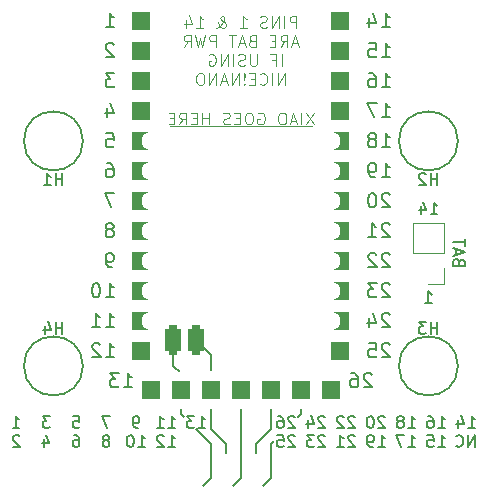
<source format=gbr>
%TF.GenerationSoftware,KiCad,Pcbnew,8.0.2*%
%TF.CreationDate,2024-05-21T12:30:08+05:30*%
%TF.ProjectId,carrier,63617272-6965-4722-9e6b-696361645f70,rev?*%
%TF.SameCoordinates,Original*%
%TF.FileFunction,Legend,Bot*%
%TF.FilePolarity,Positive*%
%FSLAX46Y46*%
G04 Gerber Fmt 4.6, Leading zero omitted, Abs format (unit mm)*
G04 Created by KiCad (PCBNEW 8.0.2) date 2024-05-21 12:30:08*
%MOMM*%
%LPD*%
G01*
G04 APERTURE LIST*
G04 Aperture macros list*
%AMRoundRect*
0 Rectangle with rounded corners*
0 $1 Rounding radius*
0 $2 $3 $4 $5 $6 $7 $8 $9 X,Y pos of 4 corners*
0 Add a 4 corners polygon primitive as box body*
4,1,4,$2,$3,$4,$5,$6,$7,$8,$9,$2,$3,0*
0 Add four circle primitives for the rounded corners*
1,1,$1+$1,$2,$3*
1,1,$1+$1,$4,$5*
1,1,$1+$1,$6,$7*
1,1,$1+$1,$8,$9*
0 Add four rect primitives between the rounded corners*
20,1,$1+$1,$2,$3,$4,$5,0*
20,1,$1+$1,$4,$5,$6,$7,0*
20,1,$1+$1,$6,$7,$8,$9,0*
20,1,$1+$1,$8,$9,$2,$3,0*%
%AMOutline5P*
0 Free polygon, 5 corners , with rotation*
0 The origin of the aperture is its center*
0 number of corners: always 5*
0 $1 to $10 corner X, Y*
0 $11 Rotation angle, in degrees counterclockwise*
0 create outline with 5 corners*
4,1,5,$1,$2,$3,$4,$5,$6,$7,$8,$9,$10,$1,$2,$11*%
%AMOutline6P*
0 Free polygon, 6 corners , with rotation*
0 The origin of the aperture is its center*
0 number of corners: always 6*
0 $1 to $12 corner X, Y*
0 $13 Rotation angle, in degrees counterclockwise*
0 create outline with 6 corners*
4,1,6,$1,$2,$3,$4,$5,$6,$7,$8,$9,$10,$11,$12,$1,$2,$13*%
%AMOutline7P*
0 Free polygon, 7 corners , with rotation*
0 The origin of the aperture is its center*
0 number of corners: always 7*
0 $1 to $14 corner X, Y*
0 $15 Rotation angle, in degrees counterclockwise*
0 create outline with 7 corners*
4,1,7,$1,$2,$3,$4,$5,$6,$7,$8,$9,$10,$11,$12,$13,$14,$1,$2,$15*%
%AMOutline8P*
0 Free polygon, 8 corners , with rotation*
0 The origin of the aperture is its center*
0 number of corners: always 8*
0 $1 to $16 corner X, Y*
0 $17 Rotation angle, in degrees counterclockwise*
0 create outline with 8 corners*
4,1,8,$1,$2,$3,$4,$5,$6,$7,$8,$9,$10,$11,$12,$13,$14,$15,$16,$1,$2,$17*%
G04 Aperture macros list end*
%ADD10C,0.200000*%
%ADD11C,0.100000*%
%ADD12C,0.150000*%
%ADD13C,0.120000*%
%ADD14R,1.700000X1.700000*%
%ADD15O,1.700000X1.700000*%
%ADD16C,2.200000*%
%ADD17RoundRect,0.800000X0.800000X0.000010X-0.800000X0.000010X-0.800000X-0.000010X0.800000X-0.000010X0*%
%ADD18RoundRect,0.800000X-0.000010X0.800000X-0.000010X-0.800000X0.000010X-0.800000X0.000010X0.800000X0*%
%ADD19RoundRect,0.800000X-0.800000X-0.000010X0.800000X-0.000010X0.800000X0.000010X-0.800000X0.000010X0*%
%ADD20Outline8P,-0.850000X0.510000X-0.510000X0.850000X0.510000X0.850000X0.850000X0.510000X0.850000X-0.510000X0.510000X-0.850000X-0.510000X-0.850000X-0.850000X-0.510000X270.000000*%
%ADD21C,1.600000*%
%ADD22RoundRect,0.337500X0.337500X-0.562500X0.337500X0.562500X-0.337500X0.562500X-0.337500X-0.562500X0*%
%ADD23RoundRect,0.337500X0.337500X-0.912500X0.337500X0.912500X-0.337500X0.912500X-0.337500X-0.912500X0*%
G04 APERTURE END LIST*
D10*
X40640000Y-53975001D02*
X40640000Y-51054000D01*
X24725000Y-25400000D02*
G75*
G02*
X19725000Y-25400000I-2500000J0D01*
G01*
X19725000Y-25400000D02*
G75*
G02*
X24725000Y-25400000I2500000J0D01*
G01*
X40005000Y-54610000D02*
X40640000Y-53975000D01*
X42926000Y-48768000D02*
X43180000Y-48514000D01*
X40640000Y-49784000D02*
X40640000Y-48006000D01*
X36830000Y-52070000D02*
X36830000Y-51054000D01*
X35560000Y-51054000D02*
X35560000Y-53975000D01*
X35560000Y-43497500D02*
X34925000Y-42862500D01*
X35560000Y-49784000D02*
X36830000Y-51054000D01*
X40640000Y-51054000D02*
X40894000Y-50800000D01*
X56475000Y-44450000D02*
G75*
G02*
X51475000Y-44450000I-2500000J0D01*
G01*
X51475000Y-44450000D02*
G75*
G02*
X56475000Y-44450000I2500000J0D01*
G01*
X24725000Y-44450000D02*
G75*
G02*
X19725000Y-44450000I-2500000J0D01*
G01*
X19725000Y-44450000D02*
G75*
G02*
X24725000Y-44450000I2500000J0D01*
G01*
X35560000Y-49784000D02*
X35560000Y-47244000D01*
X39370000Y-51054000D02*
X40640000Y-49784000D01*
X37465000Y-54610000D02*
X38100000Y-53975000D01*
X38100000Y-53975000D02*
X38100000Y-48006000D01*
X32385000Y-44450000D02*
X32385000Y-43180000D01*
X34290000Y-49784000D02*
X35560000Y-51054000D01*
X39370000Y-51054000D02*
X39370000Y-52070000D01*
X34925000Y-54610000D02*
X35560000Y-53975000D01*
X35560000Y-45085000D02*
X35560000Y-43497500D01*
D11*
X32067500Y-24130000D02*
X44132500Y-24130000D01*
D10*
X33020000Y-48514000D02*
X33274000Y-48768000D01*
X32385000Y-44450000D02*
X33020000Y-45085000D01*
X56475000Y-25400000D02*
G75*
G02*
X51475000Y-25400000I-2500000J0D01*
G01*
X51475000Y-25400000D02*
G75*
G02*
X56475000Y-25400000I2500000J0D01*
G01*
X43180000Y-48514000D02*
X43180000Y-48006000D01*
X33020000Y-48514000D02*
X33020000Y-47752000D01*
D12*
X22986904Y-41729819D02*
X22986904Y-40729819D01*
X22986904Y-41206009D02*
X22415476Y-41206009D01*
X22415476Y-41729819D02*
X22415476Y-40729819D01*
X21510714Y-41063152D02*
X21510714Y-41729819D01*
X21748809Y-40682200D02*
X21986904Y-41396485D01*
X21986904Y-41396485D02*
X21367857Y-41396485D01*
X22986904Y-29131819D02*
X22986904Y-28131819D01*
X22986904Y-28608009D02*
X22415476Y-28608009D01*
X22415476Y-29131819D02*
X22415476Y-28131819D01*
X21415476Y-29131819D02*
X21986904Y-29131819D01*
X21701190Y-29131819D02*
X21701190Y-28131819D01*
X21701190Y-28131819D02*
X21796428Y-28274676D01*
X21796428Y-28274676D02*
X21891666Y-28369914D01*
X21891666Y-28369914D02*
X21986904Y-28417533D01*
D10*
X50702720Y-40099028D02*
X50645577Y-40041885D01*
X50645577Y-40041885D02*
X50531292Y-39984742D01*
X50531292Y-39984742D02*
X50245577Y-39984742D01*
X50245577Y-39984742D02*
X50131292Y-40041885D01*
X50131292Y-40041885D02*
X50074149Y-40099028D01*
X50074149Y-40099028D02*
X50017006Y-40213314D01*
X50017006Y-40213314D02*
X50017006Y-40327600D01*
X50017006Y-40327600D02*
X50074149Y-40499028D01*
X50074149Y-40499028D02*
X50759863Y-41184742D01*
X50759863Y-41184742D02*
X50017006Y-41184742D01*
X48988435Y-40384742D02*
X48988435Y-41184742D01*
X49274149Y-39927600D02*
X49559863Y-40784742D01*
X49559863Y-40784742D02*
X48817006Y-40784742D01*
D12*
X23891904Y-48694875D02*
X24368094Y-48694875D01*
X24368094Y-48694875D02*
X24415713Y-49171065D01*
X24415713Y-49171065D02*
X24368094Y-49123446D01*
X24368094Y-49123446D02*
X24272856Y-49075827D01*
X24272856Y-49075827D02*
X24034761Y-49075827D01*
X24034761Y-49075827D02*
X23939523Y-49123446D01*
X23939523Y-49123446D02*
X23891904Y-49171065D01*
X23891904Y-49171065D02*
X23844285Y-49266303D01*
X23844285Y-49266303D02*
X23844285Y-49504398D01*
X23844285Y-49504398D02*
X23891904Y-49599636D01*
X23891904Y-49599636D02*
X23939523Y-49647256D01*
X23939523Y-49647256D02*
X24034761Y-49694875D01*
X24034761Y-49694875D02*
X24272856Y-49694875D01*
X24272856Y-49694875D02*
X24368094Y-49647256D01*
X24368094Y-49647256D02*
X24415713Y-49599636D01*
X23939523Y-50304819D02*
X24129999Y-50304819D01*
X24129999Y-50304819D02*
X24225237Y-50352438D01*
X24225237Y-50352438D02*
X24272856Y-50400057D01*
X24272856Y-50400057D02*
X24368094Y-50542914D01*
X24368094Y-50542914D02*
X24415713Y-50733390D01*
X24415713Y-50733390D02*
X24415713Y-51114342D01*
X24415713Y-51114342D02*
X24368094Y-51209580D01*
X24368094Y-51209580D02*
X24320475Y-51257200D01*
X24320475Y-51257200D02*
X24225237Y-51304819D01*
X24225237Y-51304819D02*
X24034761Y-51304819D01*
X24034761Y-51304819D02*
X23939523Y-51257200D01*
X23939523Y-51257200D02*
X23891904Y-51209580D01*
X23891904Y-51209580D02*
X23844285Y-51114342D01*
X23844285Y-51114342D02*
X23844285Y-50876247D01*
X23844285Y-50876247D02*
X23891904Y-50781009D01*
X23891904Y-50781009D02*
X23939523Y-50733390D01*
X23939523Y-50733390D02*
X24034761Y-50685771D01*
X24034761Y-50685771D02*
X24225237Y-50685771D01*
X24225237Y-50685771D02*
X24320475Y-50733390D01*
X24320475Y-50733390D02*
X24368094Y-50781009D01*
X24368094Y-50781009D02*
X24415713Y-50876247D01*
X21923332Y-48694875D02*
X21304285Y-48694875D01*
X21304285Y-48694875D02*
X21637618Y-49075827D01*
X21637618Y-49075827D02*
X21494761Y-49075827D01*
X21494761Y-49075827D02*
X21399523Y-49123446D01*
X21399523Y-49123446D02*
X21351904Y-49171065D01*
X21351904Y-49171065D02*
X21304285Y-49266303D01*
X21304285Y-49266303D02*
X21304285Y-49504398D01*
X21304285Y-49504398D02*
X21351904Y-49599636D01*
X21351904Y-49599636D02*
X21399523Y-49647256D01*
X21399523Y-49647256D02*
X21494761Y-49694875D01*
X21494761Y-49694875D02*
X21780475Y-49694875D01*
X21780475Y-49694875D02*
X21875713Y-49647256D01*
X21875713Y-49647256D02*
X21923332Y-49599636D01*
X21399523Y-50638152D02*
X21399523Y-51304819D01*
X21637618Y-50257200D02*
X21875713Y-50971485D01*
X21875713Y-50971485D02*
X21256666Y-50971485D01*
X52260476Y-49694875D02*
X52831904Y-49694875D01*
X52546190Y-49694875D02*
X52546190Y-48694875D01*
X52546190Y-48694875D02*
X52641428Y-48837732D01*
X52641428Y-48837732D02*
X52736666Y-48932970D01*
X52736666Y-48932970D02*
X52831904Y-48980589D01*
X51689047Y-49123446D02*
X51784285Y-49075827D01*
X51784285Y-49075827D02*
X51831904Y-49028208D01*
X51831904Y-49028208D02*
X51879523Y-48932970D01*
X51879523Y-48932970D02*
X51879523Y-48885351D01*
X51879523Y-48885351D02*
X51831904Y-48790113D01*
X51831904Y-48790113D02*
X51784285Y-48742494D01*
X51784285Y-48742494D02*
X51689047Y-48694875D01*
X51689047Y-48694875D02*
X51498571Y-48694875D01*
X51498571Y-48694875D02*
X51403333Y-48742494D01*
X51403333Y-48742494D02*
X51355714Y-48790113D01*
X51355714Y-48790113D02*
X51308095Y-48885351D01*
X51308095Y-48885351D02*
X51308095Y-48932970D01*
X51308095Y-48932970D02*
X51355714Y-49028208D01*
X51355714Y-49028208D02*
X51403333Y-49075827D01*
X51403333Y-49075827D02*
X51498571Y-49123446D01*
X51498571Y-49123446D02*
X51689047Y-49123446D01*
X51689047Y-49123446D02*
X51784285Y-49171065D01*
X51784285Y-49171065D02*
X51831904Y-49218684D01*
X51831904Y-49218684D02*
X51879523Y-49313922D01*
X51879523Y-49313922D02*
X51879523Y-49504398D01*
X51879523Y-49504398D02*
X51831904Y-49599636D01*
X51831904Y-49599636D02*
X51784285Y-49647256D01*
X51784285Y-49647256D02*
X51689047Y-49694875D01*
X51689047Y-49694875D02*
X51498571Y-49694875D01*
X51498571Y-49694875D02*
X51403333Y-49647256D01*
X51403333Y-49647256D02*
X51355714Y-49599636D01*
X51355714Y-49599636D02*
X51308095Y-49504398D01*
X51308095Y-49504398D02*
X51308095Y-49313922D01*
X51308095Y-49313922D02*
X51355714Y-49218684D01*
X51355714Y-49218684D02*
X51403333Y-49171065D01*
X51403333Y-49171065D02*
X51498571Y-49123446D01*
X52260476Y-51304819D02*
X52831904Y-51304819D01*
X52546190Y-51304819D02*
X52546190Y-50304819D01*
X52546190Y-50304819D02*
X52641428Y-50447676D01*
X52641428Y-50447676D02*
X52736666Y-50542914D01*
X52736666Y-50542914D02*
X52831904Y-50590533D01*
X51927142Y-50304819D02*
X51260476Y-50304819D01*
X51260476Y-50304819D02*
X51689047Y-51304819D01*
D10*
X49178720Y-45179028D02*
X49121577Y-45121885D01*
X49121577Y-45121885D02*
X49007292Y-45064742D01*
X49007292Y-45064742D02*
X48721577Y-45064742D01*
X48721577Y-45064742D02*
X48607292Y-45121885D01*
X48607292Y-45121885D02*
X48550149Y-45179028D01*
X48550149Y-45179028D02*
X48493006Y-45293314D01*
X48493006Y-45293314D02*
X48493006Y-45407600D01*
X48493006Y-45407600D02*
X48550149Y-45579028D01*
X48550149Y-45579028D02*
X49235863Y-46264742D01*
X49235863Y-46264742D02*
X48493006Y-46264742D01*
X47464435Y-45064742D02*
X47693006Y-45064742D01*
X47693006Y-45064742D02*
X47807292Y-45121885D01*
X47807292Y-45121885D02*
X47864435Y-45179028D01*
X47864435Y-45179028D02*
X47978720Y-45350457D01*
X47978720Y-45350457D02*
X48035863Y-45579028D01*
X48035863Y-45579028D02*
X48035863Y-46036171D01*
X48035863Y-46036171D02*
X47978720Y-46150457D01*
X47978720Y-46150457D02*
X47921577Y-46207600D01*
X47921577Y-46207600D02*
X47807292Y-46264742D01*
X47807292Y-46264742D02*
X47578720Y-46264742D01*
X47578720Y-46264742D02*
X47464435Y-46207600D01*
X47464435Y-46207600D02*
X47407292Y-46150457D01*
X47407292Y-46150457D02*
X47350149Y-46036171D01*
X47350149Y-46036171D02*
X47350149Y-45750457D01*
X47350149Y-45750457D02*
X47407292Y-45636171D01*
X47407292Y-45636171D02*
X47464435Y-45579028D01*
X47464435Y-45579028D02*
X47578720Y-45521885D01*
X47578720Y-45521885D02*
X47807292Y-45521885D01*
X47807292Y-45521885D02*
X47921577Y-45579028D01*
X47921577Y-45579028D02*
X47978720Y-45636171D01*
X47978720Y-45636171D02*
X48035863Y-45750457D01*
X50017006Y-25944741D02*
X50702720Y-25944741D01*
X50359863Y-25944741D02*
X50359863Y-24744741D01*
X50359863Y-24744741D02*
X50474149Y-24916170D01*
X50474149Y-24916170D02*
X50588434Y-25030456D01*
X50588434Y-25030456D02*
X50702720Y-25087599D01*
X49331292Y-25259027D02*
X49445577Y-25201884D01*
X49445577Y-25201884D02*
X49502720Y-25144741D01*
X49502720Y-25144741D02*
X49559863Y-25030456D01*
X49559863Y-25030456D02*
X49559863Y-24973313D01*
X49559863Y-24973313D02*
X49502720Y-24859027D01*
X49502720Y-24859027D02*
X49445577Y-24801884D01*
X49445577Y-24801884D02*
X49331292Y-24744741D01*
X49331292Y-24744741D02*
X49102720Y-24744741D01*
X49102720Y-24744741D02*
X48988435Y-24801884D01*
X48988435Y-24801884D02*
X48931292Y-24859027D01*
X48931292Y-24859027D02*
X48874149Y-24973313D01*
X48874149Y-24973313D02*
X48874149Y-25030456D01*
X48874149Y-25030456D02*
X48931292Y-25144741D01*
X48931292Y-25144741D02*
X48988435Y-25201884D01*
X48988435Y-25201884D02*
X49102720Y-25259027D01*
X49102720Y-25259027D02*
X49331292Y-25259027D01*
X49331292Y-25259027D02*
X49445577Y-25316170D01*
X49445577Y-25316170D02*
X49502720Y-25373313D01*
X49502720Y-25373313D02*
X49559863Y-25487599D01*
X49559863Y-25487599D02*
X49559863Y-25716170D01*
X49559863Y-25716170D02*
X49502720Y-25830456D01*
X49502720Y-25830456D02*
X49445577Y-25887599D01*
X49445577Y-25887599D02*
X49331292Y-25944741D01*
X49331292Y-25944741D02*
X49102720Y-25944741D01*
X49102720Y-25944741D02*
X48988435Y-25887599D01*
X48988435Y-25887599D02*
X48931292Y-25830456D01*
X48931292Y-25830456D02*
X48874149Y-25716170D01*
X48874149Y-25716170D02*
X48874149Y-25487599D01*
X48874149Y-25487599D02*
X48931292Y-25373313D01*
X48931292Y-25373313D02*
X48988435Y-25316170D01*
X48988435Y-25316170D02*
X49102720Y-25259027D01*
X27382993Y-19664742D02*
X26640136Y-19664742D01*
X26640136Y-19664742D02*
X27040136Y-20121885D01*
X27040136Y-20121885D02*
X26868707Y-20121885D01*
X26868707Y-20121885D02*
X26754422Y-20179028D01*
X26754422Y-20179028D02*
X26697279Y-20236171D01*
X26697279Y-20236171D02*
X26640136Y-20350457D01*
X26640136Y-20350457D02*
X26640136Y-20636171D01*
X26640136Y-20636171D02*
X26697279Y-20750457D01*
X26697279Y-20750457D02*
X26754422Y-20807600D01*
X26754422Y-20807600D02*
X26868707Y-20864742D01*
X26868707Y-20864742D02*
X27211564Y-20864742D01*
X27211564Y-20864742D02*
X27325850Y-20807600D01*
X27325850Y-20807600D02*
X27382993Y-20750457D01*
X27097279Y-32879028D02*
X27211564Y-32821885D01*
X27211564Y-32821885D02*
X27268707Y-32764742D01*
X27268707Y-32764742D02*
X27325850Y-32650457D01*
X27325850Y-32650457D02*
X27325850Y-32593314D01*
X27325850Y-32593314D02*
X27268707Y-32479028D01*
X27268707Y-32479028D02*
X27211564Y-32421885D01*
X27211564Y-32421885D02*
X27097279Y-32364742D01*
X27097279Y-32364742D02*
X26868707Y-32364742D01*
X26868707Y-32364742D02*
X26754422Y-32421885D01*
X26754422Y-32421885D02*
X26697279Y-32479028D01*
X26697279Y-32479028D02*
X26640136Y-32593314D01*
X26640136Y-32593314D02*
X26640136Y-32650457D01*
X26640136Y-32650457D02*
X26697279Y-32764742D01*
X26697279Y-32764742D02*
X26754422Y-32821885D01*
X26754422Y-32821885D02*
X26868707Y-32879028D01*
X26868707Y-32879028D02*
X27097279Y-32879028D01*
X27097279Y-32879028D02*
X27211564Y-32936171D01*
X27211564Y-32936171D02*
X27268707Y-32993314D01*
X27268707Y-32993314D02*
X27325850Y-33107600D01*
X27325850Y-33107600D02*
X27325850Y-33336171D01*
X27325850Y-33336171D02*
X27268707Y-33450457D01*
X27268707Y-33450457D02*
X27211564Y-33507600D01*
X27211564Y-33507600D02*
X27097279Y-33564742D01*
X27097279Y-33564742D02*
X26868707Y-33564742D01*
X26868707Y-33564742D02*
X26754422Y-33507600D01*
X26754422Y-33507600D02*
X26697279Y-33450457D01*
X26697279Y-33450457D02*
X26640136Y-33336171D01*
X26640136Y-33336171D02*
X26640136Y-33107600D01*
X26640136Y-33107600D02*
X26697279Y-32993314D01*
X26697279Y-32993314D02*
X26754422Y-32936171D01*
X26754422Y-32936171D02*
X26868707Y-32879028D01*
X26640136Y-41184742D02*
X27325850Y-41184742D01*
X26982993Y-41184742D02*
X26982993Y-39984742D01*
X26982993Y-39984742D02*
X27097279Y-40156171D01*
X27097279Y-40156171D02*
X27211564Y-40270457D01*
X27211564Y-40270457D02*
X27325850Y-40327600D01*
X25497279Y-41184742D02*
X26182993Y-41184742D01*
X25840136Y-41184742D02*
X25840136Y-39984742D01*
X25840136Y-39984742D02*
X25954422Y-40156171D01*
X25954422Y-40156171D02*
X26068707Y-40270457D01*
X26068707Y-40270457D02*
X26182993Y-40327600D01*
D12*
X27003332Y-48694875D02*
X26336666Y-48694875D01*
X26336666Y-48694875D02*
X26765237Y-49694875D01*
X26765237Y-50733390D02*
X26860475Y-50685771D01*
X26860475Y-50685771D02*
X26908094Y-50638152D01*
X26908094Y-50638152D02*
X26955713Y-50542914D01*
X26955713Y-50542914D02*
X26955713Y-50495295D01*
X26955713Y-50495295D02*
X26908094Y-50400057D01*
X26908094Y-50400057D02*
X26860475Y-50352438D01*
X26860475Y-50352438D02*
X26765237Y-50304819D01*
X26765237Y-50304819D02*
X26574761Y-50304819D01*
X26574761Y-50304819D02*
X26479523Y-50352438D01*
X26479523Y-50352438D02*
X26431904Y-50400057D01*
X26431904Y-50400057D02*
X26384285Y-50495295D01*
X26384285Y-50495295D02*
X26384285Y-50542914D01*
X26384285Y-50542914D02*
X26431904Y-50638152D01*
X26431904Y-50638152D02*
X26479523Y-50685771D01*
X26479523Y-50685771D02*
X26574761Y-50733390D01*
X26574761Y-50733390D02*
X26765237Y-50733390D01*
X26765237Y-50733390D02*
X26860475Y-50781009D01*
X26860475Y-50781009D02*
X26908094Y-50828628D01*
X26908094Y-50828628D02*
X26955713Y-50923866D01*
X26955713Y-50923866D02*
X26955713Y-51114342D01*
X26955713Y-51114342D02*
X26908094Y-51209580D01*
X26908094Y-51209580D02*
X26860475Y-51257200D01*
X26860475Y-51257200D02*
X26765237Y-51304819D01*
X26765237Y-51304819D02*
X26574761Y-51304819D01*
X26574761Y-51304819D02*
X26479523Y-51257200D01*
X26479523Y-51257200D02*
X26431904Y-51209580D01*
X26431904Y-51209580D02*
X26384285Y-51114342D01*
X26384285Y-51114342D02*
X26384285Y-50923866D01*
X26384285Y-50923866D02*
X26431904Y-50828628D01*
X26431904Y-50828628D02*
X26479523Y-50781009D01*
X26479523Y-50781009D02*
X26574761Y-50733390D01*
D10*
X50017006Y-18324742D02*
X50702720Y-18324742D01*
X50359863Y-18324742D02*
X50359863Y-17124742D01*
X50359863Y-17124742D02*
X50474149Y-17296171D01*
X50474149Y-17296171D02*
X50588434Y-17410457D01*
X50588434Y-17410457D02*
X50702720Y-17467600D01*
X48931292Y-17124742D02*
X49502720Y-17124742D01*
X49502720Y-17124742D02*
X49559863Y-17696171D01*
X49559863Y-17696171D02*
X49502720Y-17639028D01*
X49502720Y-17639028D02*
X49388435Y-17581885D01*
X49388435Y-17581885D02*
X49102720Y-17581885D01*
X49102720Y-17581885D02*
X48988435Y-17639028D01*
X48988435Y-17639028D02*
X48931292Y-17696171D01*
X48931292Y-17696171D02*
X48874149Y-17810457D01*
X48874149Y-17810457D02*
X48874149Y-18096171D01*
X48874149Y-18096171D02*
X48931292Y-18210457D01*
X48931292Y-18210457D02*
X48988435Y-18267600D01*
X48988435Y-18267600D02*
X49102720Y-18324742D01*
X49102720Y-18324742D02*
X49388435Y-18324742D01*
X49388435Y-18324742D02*
X49502720Y-18267600D01*
X49502720Y-18267600D02*
X49559863Y-18210457D01*
X56586590Y-35663095D02*
X56538971Y-35520238D01*
X56538971Y-35520238D02*
X56491352Y-35472619D01*
X56491352Y-35472619D02*
X56396114Y-35425000D01*
X56396114Y-35425000D02*
X56253257Y-35425000D01*
X56253257Y-35425000D02*
X56158019Y-35472619D01*
X56158019Y-35472619D02*
X56110400Y-35520238D01*
X56110400Y-35520238D02*
X56062780Y-35615476D01*
X56062780Y-35615476D02*
X56062780Y-35996428D01*
X56062780Y-35996428D02*
X57062780Y-35996428D01*
X57062780Y-35996428D02*
X57062780Y-35663095D01*
X57062780Y-35663095D02*
X57015161Y-35567857D01*
X57015161Y-35567857D02*
X56967542Y-35520238D01*
X56967542Y-35520238D02*
X56872304Y-35472619D01*
X56872304Y-35472619D02*
X56777066Y-35472619D01*
X56777066Y-35472619D02*
X56681828Y-35520238D01*
X56681828Y-35520238D02*
X56634209Y-35567857D01*
X56634209Y-35567857D02*
X56586590Y-35663095D01*
X56586590Y-35663095D02*
X56586590Y-35996428D01*
X56348495Y-35044047D02*
X56348495Y-34567857D01*
X56062780Y-35139285D02*
X57062780Y-34805952D01*
X57062780Y-34805952D02*
X56062780Y-34472619D01*
X57062780Y-34282142D02*
X57062780Y-33710714D01*
X56062780Y-33996428D02*
X57062780Y-33996428D01*
X27325850Y-17239028D02*
X27268707Y-17181885D01*
X27268707Y-17181885D02*
X27154422Y-17124742D01*
X27154422Y-17124742D02*
X26868707Y-17124742D01*
X26868707Y-17124742D02*
X26754422Y-17181885D01*
X26754422Y-17181885D02*
X26697279Y-17239028D01*
X26697279Y-17239028D02*
X26640136Y-17353314D01*
X26640136Y-17353314D02*
X26640136Y-17467600D01*
X26640136Y-17467600D02*
X26697279Y-17639028D01*
X26697279Y-17639028D02*
X27382993Y-18324742D01*
X27382993Y-18324742D02*
X26640136Y-18324742D01*
X27211564Y-36104742D02*
X26982993Y-36104742D01*
X26982993Y-36104742D02*
X26868707Y-36047600D01*
X26868707Y-36047600D02*
X26811564Y-35990457D01*
X26811564Y-35990457D02*
X26697279Y-35819028D01*
X26697279Y-35819028D02*
X26640136Y-35590457D01*
X26640136Y-35590457D02*
X26640136Y-35133314D01*
X26640136Y-35133314D02*
X26697279Y-35019028D01*
X26697279Y-35019028D02*
X26754422Y-34961885D01*
X26754422Y-34961885D02*
X26868707Y-34904742D01*
X26868707Y-34904742D02*
X27097279Y-34904742D01*
X27097279Y-34904742D02*
X27211564Y-34961885D01*
X27211564Y-34961885D02*
X27268707Y-35019028D01*
X27268707Y-35019028D02*
X27325850Y-35133314D01*
X27325850Y-35133314D02*
X27325850Y-35419028D01*
X27325850Y-35419028D02*
X27268707Y-35533314D01*
X27268707Y-35533314D02*
X27211564Y-35590457D01*
X27211564Y-35590457D02*
X27097279Y-35647600D01*
X27097279Y-35647600D02*
X26868707Y-35647600D01*
X26868707Y-35647600D02*
X26754422Y-35590457D01*
X26754422Y-35590457D02*
X26697279Y-35533314D01*
X26697279Y-35533314D02*
X26640136Y-35419028D01*
X50017006Y-28484741D02*
X50702720Y-28484741D01*
X50359863Y-28484741D02*
X50359863Y-27284741D01*
X50359863Y-27284741D02*
X50474149Y-27456170D01*
X50474149Y-27456170D02*
X50588434Y-27570456D01*
X50588434Y-27570456D02*
X50702720Y-27627599D01*
X49445577Y-28484741D02*
X49217006Y-28484741D01*
X49217006Y-28484741D02*
X49102720Y-28427599D01*
X49102720Y-28427599D02*
X49045577Y-28370456D01*
X49045577Y-28370456D02*
X48931292Y-28199027D01*
X48931292Y-28199027D02*
X48874149Y-27970456D01*
X48874149Y-27970456D02*
X48874149Y-27513313D01*
X48874149Y-27513313D02*
X48931292Y-27399027D01*
X48931292Y-27399027D02*
X48988435Y-27341884D01*
X48988435Y-27341884D02*
X49102720Y-27284741D01*
X49102720Y-27284741D02*
X49331292Y-27284741D01*
X49331292Y-27284741D02*
X49445577Y-27341884D01*
X49445577Y-27341884D02*
X49502720Y-27399027D01*
X49502720Y-27399027D02*
X49559863Y-27513313D01*
X49559863Y-27513313D02*
X49559863Y-27799027D01*
X49559863Y-27799027D02*
X49502720Y-27913313D01*
X49502720Y-27913313D02*
X49445577Y-27970456D01*
X49445577Y-27970456D02*
X49331292Y-28027599D01*
X49331292Y-28027599D02*
X49102720Y-28027599D01*
X49102720Y-28027599D02*
X48988435Y-27970456D01*
X48988435Y-27970456D02*
X48931292Y-27913313D01*
X48931292Y-27913313D02*
X48874149Y-27799027D01*
D12*
X54800476Y-49694875D02*
X55371904Y-49694875D01*
X55086190Y-49694875D02*
X55086190Y-48694875D01*
X55086190Y-48694875D02*
X55181428Y-48837732D01*
X55181428Y-48837732D02*
X55276666Y-48932970D01*
X55276666Y-48932970D02*
X55371904Y-48980589D01*
X53943333Y-48694875D02*
X54133809Y-48694875D01*
X54133809Y-48694875D02*
X54229047Y-48742494D01*
X54229047Y-48742494D02*
X54276666Y-48790113D01*
X54276666Y-48790113D02*
X54371904Y-48932970D01*
X54371904Y-48932970D02*
X54419523Y-49123446D01*
X54419523Y-49123446D02*
X54419523Y-49504398D01*
X54419523Y-49504398D02*
X54371904Y-49599636D01*
X54371904Y-49599636D02*
X54324285Y-49647256D01*
X54324285Y-49647256D02*
X54229047Y-49694875D01*
X54229047Y-49694875D02*
X54038571Y-49694875D01*
X54038571Y-49694875D02*
X53943333Y-49647256D01*
X53943333Y-49647256D02*
X53895714Y-49599636D01*
X53895714Y-49599636D02*
X53848095Y-49504398D01*
X53848095Y-49504398D02*
X53848095Y-49266303D01*
X53848095Y-49266303D02*
X53895714Y-49171065D01*
X53895714Y-49171065D02*
X53943333Y-49123446D01*
X53943333Y-49123446D02*
X54038571Y-49075827D01*
X54038571Y-49075827D02*
X54229047Y-49075827D01*
X54229047Y-49075827D02*
X54324285Y-49123446D01*
X54324285Y-49123446D02*
X54371904Y-49171065D01*
X54371904Y-49171065D02*
X54419523Y-49266303D01*
X54800476Y-51304819D02*
X55371904Y-51304819D01*
X55086190Y-51304819D02*
X55086190Y-50304819D01*
X55086190Y-50304819D02*
X55181428Y-50447676D01*
X55181428Y-50447676D02*
X55276666Y-50542914D01*
X55276666Y-50542914D02*
X55371904Y-50590533D01*
X53895714Y-50304819D02*
X54371904Y-50304819D01*
X54371904Y-50304819D02*
X54419523Y-50781009D01*
X54419523Y-50781009D02*
X54371904Y-50733390D01*
X54371904Y-50733390D02*
X54276666Y-50685771D01*
X54276666Y-50685771D02*
X54038571Y-50685771D01*
X54038571Y-50685771D02*
X53943333Y-50733390D01*
X53943333Y-50733390D02*
X53895714Y-50781009D01*
X53895714Y-50781009D02*
X53848095Y-50876247D01*
X53848095Y-50876247D02*
X53848095Y-51114342D01*
X53848095Y-51114342D02*
X53895714Y-51209580D01*
X53895714Y-51209580D02*
X53943333Y-51257200D01*
X53943333Y-51257200D02*
X54038571Y-51304819D01*
X54038571Y-51304819D02*
X54276666Y-51304819D01*
X54276666Y-51304819D02*
X54371904Y-51257200D01*
X54371904Y-51257200D02*
X54419523Y-51209580D01*
X31940476Y-49694875D02*
X32511904Y-49694875D01*
X32226190Y-49694875D02*
X32226190Y-48694875D01*
X32226190Y-48694875D02*
X32321428Y-48837732D01*
X32321428Y-48837732D02*
X32416666Y-48932970D01*
X32416666Y-48932970D02*
X32511904Y-48980589D01*
X30988095Y-49694875D02*
X31559523Y-49694875D01*
X31273809Y-49694875D02*
X31273809Y-48694875D01*
X31273809Y-48694875D02*
X31369047Y-48837732D01*
X31369047Y-48837732D02*
X31464285Y-48932970D01*
X31464285Y-48932970D02*
X31559523Y-48980589D01*
X31940476Y-51304819D02*
X32511904Y-51304819D01*
X32226190Y-51304819D02*
X32226190Y-50304819D01*
X32226190Y-50304819D02*
X32321428Y-50447676D01*
X32321428Y-50447676D02*
X32416666Y-50542914D01*
X32416666Y-50542914D02*
X32511904Y-50590533D01*
X31559523Y-50400057D02*
X31511904Y-50352438D01*
X31511904Y-50352438D02*
X31416666Y-50304819D01*
X31416666Y-50304819D02*
X31178571Y-50304819D01*
X31178571Y-50304819D02*
X31083333Y-50352438D01*
X31083333Y-50352438D02*
X31035714Y-50400057D01*
X31035714Y-50400057D02*
X30988095Y-50495295D01*
X30988095Y-50495295D02*
X30988095Y-50590533D01*
X30988095Y-50590533D02*
X31035714Y-50733390D01*
X31035714Y-50733390D02*
X31607142Y-51304819D01*
X31607142Y-51304819D02*
X30988095Y-51304819D01*
D10*
X26640136Y-15784742D02*
X27325850Y-15784742D01*
X26982993Y-15784742D02*
X26982993Y-14584742D01*
X26982993Y-14584742D02*
X27097279Y-14756171D01*
X27097279Y-14756171D02*
X27211564Y-14870457D01*
X27211564Y-14870457D02*
X27325850Y-14927600D01*
X50702720Y-35019028D02*
X50645577Y-34961885D01*
X50645577Y-34961885D02*
X50531292Y-34904742D01*
X50531292Y-34904742D02*
X50245577Y-34904742D01*
X50245577Y-34904742D02*
X50131292Y-34961885D01*
X50131292Y-34961885D02*
X50074149Y-35019028D01*
X50074149Y-35019028D02*
X50017006Y-35133314D01*
X50017006Y-35133314D02*
X50017006Y-35247600D01*
X50017006Y-35247600D02*
X50074149Y-35419028D01*
X50074149Y-35419028D02*
X50759863Y-36104742D01*
X50759863Y-36104742D02*
X50017006Y-36104742D01*
X49559863Y-35019028D02*
X49502720Y-34961885D01*
X49502720Y-34961885D02*
X49388435Y-34904742D01*
X49388435Y-34904742D02*
X49102720Y-34904742D01*
X49102720Y-34904742D02*
X48988435Y-34961885D01*
X48988435Y-34961885D02*
X48931292Y-35019028D01*
X48931292Y-35019028D02*
X48874149Y-35133314D01*
X48874149Y-35133314D02*
X48874149Y-35247600D01*
X48874149Y-35247600D02*
X48931292Y-35419028D01*
X48931292Y-35419028D02*
X49617006Y-36104742D01*
X49617006Y-36104742D02*
X48874149Y-36104742D01*
D12*
X50291904Y-48790113D02*
X50244285Y-48742494D01*
X50244285Y-48742494D02*
X50149047Y-48694875D01*
X50149047Y-48694875D02*
X49910952Y-48694875D01*
X49910952Y-48694875D02*
X49815714Y-48742494D01*
X49815714Y-48742494D02*
X49768095Y-48790113D01*
X49768095Y-48790113D02*
X49720476Y-48885351D01*
X49720476Y-48885351D02*
X49720476Y-48980589D01*
X49720476Y-48980589D02*
X49768095Y-49123446D01*
X49768095Y-49123446D02*
X50339523Y-49694875D01*
X50339523Y-49694875D02*
X49720476Y-49694875D01*
X49101428Y-48694875D02*
X49006190Y-48694875D01*
X49006190Y-48694875D02*
X48910952Y-48742494D01*
X48910952Y-48742494D02*
X48863333Y-48790113D01*
X48863333Y-48790113D02*
X48815714Y-48885351D01*
X48815714Y-48885351D02*
X48768095Y-49075827D01*
X48768095Y-49075827D02*
X48768095Y-49313922D01*
X48768095Y-49313922D02*
X48815714Y-49504398D01*
X48815714Y-49504398D02*
X48863333Y-49599636D01*
X48863333Y-49599636D02*
X48910952Y-49647256D01*
X48910952Y-49647256D02*
X49006190Y-49694875D01*
X49006190Y-49694875D02*
X49101428Y-49694875D01*
X49101428Y-49694875D02*
X49196666Y-49647256D01*
X49196666Y-49647256D02*
X49244285Y-49599636D01*
X49244285Y-49599636D02*
X49291904Y-49504398D01*
X49291904Y-49504398D02*
X49339523Y-49313922D01*
X49339523Y-49313922D02*
X49339523Y-49075827D01*
X49339523Y-49075827D02*
X49291904Y-48885351D01*
X49291904Y-48885351D02*
X49244285Y-48790113D01*
X49244285Y-48790113D02*
X49196666Y-48742494D01*
X49196666Y-48742494D02*
X49101428Y-48694875D01*
X49720476Y-51304819D02*
X50291904Y-51304819D01*
X50006190Y-51304819D02*
X50006190Y-50304819D01*
X50006190Y-50304819D02*
X50101428Y-50447676D01*
X50101428Y-50447676D02*
X50196666Y-50542914D01*
X50196666Y-50542914D02*
X50291904Y-50590533D01*
X49244285Y-51304819D02*
X49053809Y-51304819D01*
X49053809Y-51304819D02*
X48958571Y-51257200D01*
X48958571Y-51257200D02*
X48910952Y-51209580D01*
X48910952Y-51209580D02*
X48815714Y-51066723D01*
X48815714Y-51066723D02*
X48768095Y-50876247D01*
X48768095Y-50876247D02*
X48768095Y-50495295D01*
X48768095Y-50495295D02*
X48815714Y-50400057D01*
X48815714Y-50400057D02*
X48863333Y-50352438D01*
X48863333Y-50352438D02*
X48958571Y-50304819D01*
X48958571Y-50304819D02*
X49149047Y-50304819D01*
X49149047Y-50304819D02*
X49244285Y-50352438D01*
X49244285Y-50352438D02*
X49291904Y-50400057D01*
X49291904Y-50400057D02*
X49339523Y-50495295D01*
X49339523Y-50495295D02*
X49339523Y-50733390D01*
X49339523Y-50733390D02*
X49291904Y-50828628D01*
X49291904Y-50828628D02*
X49244285Y-50876247D01*
X49244285Y-50876247D02*
X49149047Y-50923866D01*
X49149047Y-50923866D02*
X48958571Y-50923866D01*
X48958571Y-50923866D02*
X48863333Y-50876247D01*
X48863333Y-50876247D02*
X48815714Y-50828628D01*
X48815714Y-50828628D02*
X48768095Y-50733390D01*
X47751904Y-48790113D02*
X47704285Y-48742494D01*
X47704285Y-48742494D02*
X47609047Y-48694875D01*
X47609047Y-48694875D02*
X47370952Y-48694875D01*
X47370952Y-48694875D02*
X47275714Y-48742494D01*
X47275714Y-48742494D02*
X47228095Y-48790113D01*
X47228095Y-48790113D02*
X47180476Y-48885351D01*
X47180476Y-48885351D02*
X47180476Y-48980589D01*
X47180476Y-48980589D02*
X47228095Y-49123446D01*
X47228095Y-49123446D02*
X47799523Y-49694875D01*
X47799523Y-49694875D02*
X47180476Y-49694875D01*
X46799523Y-48790113D02*
X46751904Y-48742494D01*
X46751904Y-48742494D02*
X46656666Y-48694875D01*
X46656666Y-48694875D02*
X46418571Y-48694875D01*
X46418571Y-48694875D02*
X46323333Y-48742494D01*
X46323333Y-48742494D02*
X46275714Y-48790113D01*
X46275714Y-48790113D02*
X46228095Y-48885351D01*
X46228095Y-48885351D02*
X46228095Y-48980589D01*
X46228095Y-48980589D02*
X46275714Y-49123446D01*
X46275714Y-49123446D02*
X46847142Y-49694875D01*
X46847142Y-49694875D02*
X46228095Y-49694875D01*
X47751904Y-50400057D02*
X47704285Y-50352438D01*
X47704285Y-50352438D02*
X47609047Y-50304819D01*
X47609047Y-50304819D02*
X47370952Y-50304819D01*
X47370952Y-50304819D02*
X47275714Y-50352438D01*
X47275714Y-50352438D02*
X47228095Y-50400057D01*
X47228095Y-50400057D02*
X47180476Y-50495295D01*
X47180476Y-50495295D02*
X47180476Y-50590533D01*
X47180476Y-50590533D02*
X47228095Y-50733390D01*
X47228095Y-50733390D02*
X47799523Y-51304819D01*
X47799523Y-51304819D02*
X47180476Y-51304819D01*
X46228095Y-51304819D02*
X46799523Y-51304819D01*
X46513809Y-51304819D02*
X46513809Y-50304819D01*
X46513809Y-50304819D02*
X46609047Y-50447676D01*
X46609047Y-50447676D02*
X46704285Y-50542914D01*
X46704285Y-50542914D02*
X46799523Y-50590533D01*
D10*
X50702720Y-32479028D02*
X50645577Y-32421885D01*
X50645577Y-32421885D02*
X50531292Y-32364742D01*
X50531292Y-32364742D02*
X50245577Y-32364742D01*
X50245577Y-32364742D02*
X50131292Y-32421885D01*
X50131292Y-32421885D02*
X50074149Y-32479028D01*
X50074149Y-32479028D02*
X50017006Y-32593314D01*
X50017006Y-32593314D02*
X50017006Y-32707600D01*
X50017006Y-32707600D02*
X50074149Y-32879028D01*
X50074149Y-32879028D02*
X50759863Y-33564742D01*
X50759863Y-33564742D02*
X50017006Y-33564742D01*
X48874149Y-33564742D02*
X49559863Y-33564742D01*
X49217006Y-33564742D02*
X49217006Y-32364742D01*
X49217006Y-32364742D02*
X49331292Y-32536171D01*
X49331292Y-32536171D02*
X49445577Y-32650457D01*
X49445577Y-32650457D02*
X49559863Y-32707600D01*
D12*
X42671904Y-48790113D02*
X42624285Y-48742494D01*
X42624285Y-48742494D02*
X42529047Y-48694875D01*
X42529047Y-48694875D02*
X42290952Y-48694875D01*
X42290952Y-48694875D02*
X42195714Y-48742494D01*
X42195714Y-48742494D02*
X42148095Y-48790113D01*
X42148095Y-48790113D02*
X42100476Y-48885351D01*
X42100476Y-48885351D02*
X42100476Y-48980589D01*
X42100476Y-48980589D02*
X42148095Y-49123446D01*
X42148095Y-49123446D02*
X42719523Y-49694875D01*
X42719523Y-49694875D02*
X42100476Y-49694875D01*
X41243333Y-48694875D02*
X41433809Y-48694875D01*
X41433809Y-48694875D02*
X41529047Y-48742494D01*
X41529047Y-48742494D02*
X41576666Y-48790113D01*
X41576666Y-48790113D02*
X41671904Y-48932970D01*
X41671904Y-48932970D02*
X41719523Y-49123446D01*
X41719523Y-49123446D02*
X41719523Y-49504398D01*
X41719523Y-49504398D02*
X41671904Y-49599636D01*
X41671904Y-49599636D02*
X41624285Y-49647256D01*
X41624285Y-49647256D02*
X41529047Y-49694875D01*
X41529047Y-49694875D02*
X41338571Y-49694875D01*
X41338571Y-49694875D02*
X41243333Y-49647256D01*
X41243333Y-49647256D02*
X41195714Y-49599636D01*
X41195714Y-49599636D02*
X41148095Y-49504398D01*
X41148095Y-49504398D02*
X41148095Y-49266303D01*
X41148095Y-49266303D02*
X41195714Y-49171065D01*
X41195714Y-49171065D02*
X41243333Y-49123446D01*
X41243333Y-49123446D02*
X41338571Y-49075827D01*
X41338571Y-49075827D02*
X41529047Y-49075827D01*
X41529047Y-49075827D02*
X41624285Y-49123446D01*
X41624285Y-49123446D02*
X41671904Y-49171065D01*
X41671904Y-49171065D02*
X41719523Y-49266303D01*
X42671904Y-50400057D02*
X42624285Y-50352438D01*
X42624285Y-50352438D02*
X42529047Y-50304819D01*
X42529047Y-50304819D02*
X42290952Y-50304819D01*
X42290952Y-50304819D02*
X42195714Y-50352438D01*
X42195714Y-50352438D02*
X42148095Y-50400057D01*
X42148095Y-50400057D02*
X42100476Y-50495295D01*
X42100476Y-50495295D02*
X42100476Y-50590533D01*
X42100476Y-50590533D02*
X42148095Y-50733390D01*
X42148095Y-50733390D02*
X42719523Y-51304819D01*
X42719523Y-51304819D02*
X42100476Y-51304819D01*
X41195714Y-50304819D02*
X41671904Y-50304819D01*
X41671904Y-50304819D02*
X41719523Y-50781009D01*
X41719523Y-50781009D02*
X41671904Y-50733390D01*
X41671904Y-50733390D02*
X41576666Y-50685771D01*
X41576666Y-50685771D02*
X41338571Y-50685771D01*
X41338571Y-50685771D02*
X41243333Y-50733390D01*
X41243333Y-50733390D02*
X41195714Y-50781009D01*
X41195714Y-50781009D02*
X41148095Y-50876247D01*
X41148095Y-50876247D02*
X41148095Y-51114342D01*
X41148095Y-51114342D02*
X41195714Y-51209580D01*
X41195714Y-51209580D02*
X41243333Y-51257200D01*
X41243333Y-51257200D02*
X41338571Y-51304819D01*
X41338571Y-51304819D02*
X41576666Y-51304819D01*
X41576666Y-51304819D02*
X41671904Y-51257200D01*
X41671904Y-51257200D02*
X41719523Y-51209580D01*
D10*
X50702720Y-29939026D02*
X50645577Y-29881883D01*
X50645577Y-29881883D02*
X50531292Y-29824740D01*
X50531292Y-29824740D02*
X50245577Y-29824740D01*
X50245577Y-29824740D02*
X50131292Y-29881883D01*
X50131292Y-29881883D02*
X50074149Y-29939026D01*
X50074149Y-29939026D02*
X50017006Y-30053312D01*
X50017006Y-30053312D02*
X50017006Y-30167598D01*
X50017006Y-30167598D02*
X50074149Y-30339026D01*
X50074149Y-30339026D02*
X50759863Y-31024740D01*
X50759863Y-31024740D02*
X50017006Y-31024740D01*
X49274149Y-29824740D02*
X49159863Y-29824740D01*
X49159863Y-29824740D02*
X49045577Y-29881883D01*
X49045577Y-29881883D02*
X48988435Y-29939026D01*
X48988435Y-29939026D02*
X48931292Y-30053312D01*
X48931292Y-30053312D02*
X48874149Y-30281883D01*
X48874149Y-30281883D02*
X48874149Y-30567598D01*
X48874149Y-30567598D02*
X48931292Y-30796169D01*
X48931292Y-30796169D02*
X48988435Y-30910455D01*
X48988435Y-30910455D02*
X49045577Y-30967598D01*
X49045577Y-30967598D02*
X49159863Y-31024740D01*
X49159863Y-31024740D02*
X49274149Y-31024740D01*
X49274149Y-31024740D02*
X49388435Y-30967598D01*
X49388435Y-30967598D02*
X49445577Y-30910455D01*
X49445577Y-30910455D02*
X49502720Y-30796169D01*
X49502720Y-30796169D02*
X49559863Y-30567598D01*
X49559863Y-30567598D02*
X49559863Y-30281883D01*
X49559863Y-30281883D02*
X49502720Y-30053312D01*
X49502720Y-30053312D02*
X49445577Y-29939026D01*
X49445577Y-29939026D02*
X49388435Y-29881883D01*
X49388435Y-29881883D02*
X49274149Y-29824740D01*
X50017006Y-20864741D02*
X50702720Y-20864741D01*
X50359863Y-20864741D02*
X50359863Y-19664741D01*
X50359863Y-19664741D02*
X50474149Y-19836170D01*
X50474149Y-19836170D02*
X50588434Y-19950456D01*
X50588434Y-19950456D02*
X50702720Y-20007599D01*
X48988435Y-19664741D02*
X49217006Y-19664741D01*
X49217006Y-19664741D02*
X49331292Y-19721884D01*
X49331292Y-19721884D02*
X49388435Y-19779027D01*
X49388435Y-19779027D02*
X49502720Y-19950456D01*
X49502720Y-19950456D02*
X49559863Y-20179027D01*
X49559863Y-20179027D02*
X49559863Y-20636170D01*
X49559863Y-20636170D02*
X49502720Y-20750456D01*
X49502720Y-20750456D02*
X49445577Y-20807599D01*
X49445577Y-20807599D02*
X49331292Y-20864741D01*
X49331292Y-20864741D02*
X49102720Y-20864741D01*
X49102720Y-20864741D02*
X48988435Y-20807599D01*
X48988435Y-20807599D02*
X48931292Y-20750456D01*
X48931292Y-20750456D02*
X48874149Y-20636170D01*
X48874149Y-20636170D02*
X48874149Y-20350456D01*
X48874149Y-20350456D02*
X48931292Y-20236170D01*
X48931292Y-20236170D02*
X48988435Y-20179027D01*
X48988435Y-20179027D02*
X49102720Y-20121884D01*
X49102720Y-20121884D02*
X49331292Y-20121884D01*
X49331292Y-20121884D02*
X49445577Y-20179027D01*
X49445577Y-20179027D02*
X49502720Y-20236170D01*
X49502720Y-20236170D02*
X49559863Y-20350456D01*
D12*
X54736904Y-29131819D02*
X54736904Y-28131819D01*
X54736904Y-28608009D02*
X54165476Y-28608009D01*
X54165476Y-29131819D02*
X54165476Y-28131819D01*
X53736904Y-28227057D02*
X53689285Y-28179438D01*
X53689285Y-28179438D02*
X53594047Y-28131819D01*
X53594047Y-28131819D02*
X53355952Y-28131819D01*
X53355952Y-28131819D02*
X53260714Y-28179438D01*
X53260714Y-28179438D02*
X53213095Y-28227057D01*
X53213095Y-28227057D02*
X53165476Y-28322295D01*
X53165476Y-28322295D02*
X53165476Y-28417533D01*
X53165476Y-28417533D02*
X53213095Y-28560390D01*
X53213095Y-28560390D02*
X53784523Y-29131819D01*
X53784523Y-29131819D02*
X53165476Y-29131819D01*
D10*
X50702720Y-37559028D02*
X50645577Y-37501885D01*
X50645577Y-37501885D02*
X50531292Y-37444742D01*
X50531292Y-37444742D02*
X50245577Y-37444742D01*
X50245577Y-37444742D02*
X50131292Y-37501885D01*
X50131292Y-37501885D02*
X50074149Y-37559028D01*
X50074149Y-37559028D02*
X50017006Y-37673314D01*
X50017006Y-37673314D02*
X50017006Y-37787600D01*
X50017006Y-37787600D02*
X50074149Y-37959028D01*
X50074149Y-37959028D02*
X50759863Y-38644742D01*
X50759863Y-38644742D02*
X50017006Y-38644742D01*
X49617006Y-37444742D02*
X48874149Y-37444742D01*
X48874149Y-37444742D02*
X49274149Y-37901885D01*
X49274149Y-37901885D02*
X49102720Y-37901885D01*
X49102720Y-37901885D02*
X48988435Y-37959028D01*
X48988435Y-37959028D02*
X48931292Y-38016171D01*
X48931292Y-38016171D02*
X48874149Y-38130457D01*
X48874149Y-38130457D02*
X48874149Y-38416171D01*
X48874149Y-38416171D02*
X48931292Y-38530457D01*
X48931292Y-38530457D02*
X48988435Y-38587600D01*
X48988435Y-38587600D02*
X49102720Y-38644742D01*
X49102720Y-38644742D02*
X49445577Y-38644742D01*
X49445577Y-38644742D02*
X49559863Y-38587600D01*
X49559863Y-38587600D02*
X49617006Y-38530457D01*
D11*
X44266666Y-23002419D02*
X43600000Y-24002419D01*
X43600000Y-23002419D02*
X44266666Y-24002419D01*
X43219047Y-24002419D02*
X43219047Y-23002419D01*
X42790476Y-23716704D02*
X42314286Y-23716704D01*
X42885714Y-24002419D02*
X42552381Y-23002419D01*
X42552381Y-23002419D02*
X42219048Y-24002419D01*
X41695238Y-23002419D02*
X41504762Y-23002419D01*
X41504762Y-23002419D02*
X41409524Y-23050038D01*
X41409524Y-23050038D02*
X41314286Y-23145276D01*
X41314286Y-23145276D02*
X41266667Y-23335752D01*
X41266667Y-23335752D02*
X41266667Y-23669085D01*
X41266667Y-23669085D02*
X41314286Y-23859561D01*
X41314286Y-23859561D02*
X41409524Y-23954800D01*
X41409524Y-23954800D02*
X41504762Y-24002419D01*
X41504762Y-24002419D02*
X41695238Y-24002419D01*
X41695238Y-24002419D02*
X41790476Y-23954800D01*
X41790476Y-23954800D02*
X41885714Y-23859561D01*
X41885714Y-23859561D02*
X41933333Y-23669085D01*
X41933333Y-23669085D02*
X41933333Y-23335752D01*
X41933333Y-23335752D02*
X41885714Y-23145276D01*
X41885714Y-23145276D02*
X41790476Y-23050038D01*
X41790476Y-23050038D02*
X41695238Y-23002419D01*
X39552381Y-23050038D02*
X39647619Y-23002419D01*
X39647619Y-23002419D02*
X39790476Y-23002419D01*
X39790476Y-23002419D02*
X39933333Y-23050038D01*
X39933333Y-23050038D02*
X40028571Y-23145276D01*
X40028571Y-23145276D02*
X40076190Y-23240514D01*
X40076190Y-23240514D02*
X40123809Y-23430990D01*
X40123809Y-23430990D02*
X40123809Y-23573847D01*
X40123809Y-23573847D02*
X40076190Y-23764323D01*
X40076190Y-23764323D02*
X40028571Y-23859561D01*
X40028571Y-23859561D02*
X39933333Y-23954800D01*
X39933333Y-23954800D02*
X39790476Y-24002419D01*
X39790476Y-24002419D02*
X39695238Y-24002419D01*
X39695238Y-24002419D02*
X39552381Y-23954800D01*
X39552381Y-23954800D02*
X39504762Y-23907180D01*
X39504762Y-23907180D02*
X39504762Y-23573847D01*
X39504762Y-23573847D02*
X39695238Y-23573847D01*
X38885714Y-23002419D02*
X38695238Y-23002419D01*
X38695238Y-23002419D02*
X38600000Y-23050038D01*
X38600000Y-23050038D02*
X38504762Y-23145276D01*
X38504762Y-23145276D02*
X38457143Y-23335752D01*
X38457143Y-23335752D02*
X38457143Y-23669085D01*
X38457143Y-23669085D02*
X38504762Y-23859561D01*
X38504762Y-23859561D02*
X38600000Y-23954800D01*
X38600000Y-23954800D02*
X38695238Y-24002419D01*
X38695238Y-24002419D02*
X38885714Y-24002419D01*
X38885714Y-24002419D02*
X38980952Y-23954800D01*
X38980952Y-23954800D02*
X39076190Y-23859561D01*
X39076190Y-23859561D02*
X39123809Y-23669085D01*
X39123809Y-23669085D02*
X39123809Y-23335752D01*
X39123809Y-23335752D02*
X39076190Y-23145276D01*
X39076190Y-23145276D02*
X38980952Y-23050038D01*
X38980952Y-23050038D02*
X38885714Y-23002419D01*
X38028571Y-23478609D02*
X37695238Y-23478609D01*
X37552381Y-24002419D02*
X38028571Y-24002419D01*
X38028571Y-24002419D02*
X38028571Y-23002419D01*
X38028571Y-23002419D02*
X37552381Y-23002419D01*
X37171428Y-23954800D02*
X37028571Y-24002419D01*
X37028571Y-24002419D02*
X36790476Y-24002419D01*
X36790476Y-24002419D02*
X36695238Y-23954800D01*
X36695238Y-23954800D02*
X36647619Y-23907180D01*
X36647619Y-23907180D02*
X36600000Y-23811942D01*
X36600000Y-23811942D02*
X36600000Y-23716704D01*
X36600000Y-23716704D02*
X36647619Y-23621466D01*
X36647619Y-23621466D02*
X36695238Y-23573847D01*
X36695238Y-23573847D02*
X36790476Y-23526228D01*
X36790476Y-23526228D02*
X36980952Y-23478609D01*
X36980952Y-23478609D02*
X37076190Y-23430990D01*
X37076190Y-23430990D02*
X37123809Y-23383371D01*
X37123809Y-23383371D02*
X37171428Y-23288133D01*
X37171428Y-23288133D02*
X37171428Y-23192895D01*
X37171428Y-23192895D02*
X37123809Y-23097657D01*
X37123809Y-23097657D02*
X37076190Y-23050038D01*
X37076190Y-23050038D02*
X36980952Y-23002419D01*
X36980952Y-23002419D02*
X36742857Y-23002419D01*
X36742857Y-23002419D02*
X36600000Y-23050038D01*
X35409523Y-24002419D02*
X35409523Y-23002419D01*
X35409523Y-23478609D02*
X34838095Y-23478609D01*
X34838095Y-24002419D02*
X34838095Y-23002419D01*
X34361904Y-23478609D02*
X34028571Y-23478609D01*
X33885714Y-24002419D02*
X34361904Y-24002419D01*
X34361904Y-24002419D02*
X34361904Y-23002419D01*
X34361904Y-23002419D02*
X33885714Y-23002419D01*
X32885714Y-24002419D02*
X33219047Y-23526228D01*
X33457142Y-24002419D02*
X33457142Y-23002419D01*
X33457142Y-23002419D02*
X33076190Y-23002419D01*
X33076190Y-23002419D02*
X32980952Y-23050038D01*
X32980952Y-23050038D02*
X32933333Y-23097657D01*
X32933333Y-23097657D02*
X32885714Y-23192895D01*
X32885714Y-23192895D02*
X32885714Y-23335752D01*
X32885714Y-23335752D02*
X32933333Y-23430990D01*
X32933333Y-23430990D02*
X32980952Y-23478609D01*
X32980952Y-23478609D02*
X33076190Y-23526228D01*
X33076190Y-23526228D02*
X33457142Y-23526228D01*
X32457142Y-23478609D02*
X32123809Y-23478609D01*
X31980952Y-24002419D02*
X32457142Y-24002419D01*
X32457142Y-24002419D02*
X32457142Y-23002419D01*
X32457142Y-23002419D02*
X31980952Y-23002419D01*
D12*
X29400475Y-49694875D02*
X29209999Y-49694875D01*
X29209999Y-49694875D02*
X29114761Y-49647256D01*
X29114761Y-49647256D02*
X29067142Y-49599636D01*
X29067142Y-49599636D02*
X28971904Y-49456779D01*
X28971904Y-49456779D02*
X28924285Y-49266303D01*
X28924285Y-49266303D02*
X28924285Y-48885351D01*
X28924285Y-48885351D02*
X28971904Y-48790113D01*
X28971904Y-48790113D02*
X29019523Y-48742494D01*
X29019523Y-48742494D02*
X29114761Y-48694875D01*
X29114761Y-48694875D02*
X29305237Y-48694875D01*
X29305237Y-48694875D02*
X29400475Y-48742494D01*
X29400475Y-48742494D02*
X29448094Y-48790113D01*
X29448094Y-48790113D02*
X29495713Y-48885351D01*
X29495713Y-48885351D02*
X29495713Y-49123446D01*
X29495713Y-49123446D02*
X29448094Y-49218684D01*
X29448094Y-49218684D02*
X29400475Y-49266303D01*
X29400475Y-49266303D02*
X29305237Y-49313922D01*
X29305237Y-49313922D02*
X29114761Y-49313922D01*
X29114761Y-49313922D02*
X29019523Y-49266303D01*
X29019523Y-49266303D02*
X28971904Y-49218684D01*
X28971904Y-49218684D02*
X28924285Y-49123446D01*
X29400476Y-51304819D02*
X29971904Y-51304819D01*
X29686190Y-51304819D02*
X29686190Y-50304819D01*
X29686190Y-50304819D02*
X29781428Y-50447676D01*
X29781428Y-50447676D02*
X29876666Y-50542914D01*
X29876666Y-50542914D02*
X29971904Y-50590533D01*
X28781428Y-50304819D02*
X28686190Y-50304819D01*
X28686190Y-50304819D02*
X28590952Y-50352438D01*
X28590952Y-50352438D02*
X28543333Y-50400057D01*
X28543333Y-50400057D02*
X28495714Y-50495295D01*
X28495714Y-50495295D02*
X28448095Y-50685771D01*
X28448095Y-50685771D02*
X28448095Y-50923866D01*
X28448095Y-50923866D02*
X28495714Y-51114342D01*
X28495714Y-51114342D02*
X28543333Y-51209580D01*
X28543333Y-51209580D02*
X28590952Y-51257200D01*
X28590952Y-51257200D02*
X28686190Y-51304819D01*
X28686190Y-51304819D02*
X28781428Y-51304819D01*
X28781428Y-51304819D02*
X28876666Y-51257200D01*
X28876666Y-51257200D02*
X28924285Y-51209580D01*
X28924285Y-51209580D02*
X28971904Y-51114342D01*
X28971904Y-51114342D02*
X29019523Y-50923866D01*
X29019523Y-50923866D02*
X29019523Y-50685771D01*
X29019523Y-50685771D02*
X28971904Y-50495295D01*
X28971904Y-50495295D02*
X28924285Y-50400057D01*
X28924285Y-50400057D02*
X28876666Y-50352438D01*
X28876666Y-50352438D02*
X28781428Y-50304819D01*
D10*
X50017006Y-23404741D02*
X50702720Y-23404741D01*
X50359863Y-23404741D02*
X50359863Y-22204741D01*
X50359863Y-22204741D02*
X50474149Y-22376170D01*
X50474149Y-22376170D02*
X50588434Y-22490456D01*
X50588434Y-22490456D02*
X50702720Y-22547599D01*
X49617006Y-22204741D02*
X48817006Y-22204741D01*
X48817006Y-22204741D02*
X49331292Y-23404741D01*
D12*
X18764285Y-49694875D02*
X19335713Y-49694875D01*
X19049999Y-49694875D02*
X19049999Y-48694875D01*
X19049999Y-48694875D02*
X19145237Y-48837732D01*
X19145237Y-48837732D02*
X19240475Y-48932970D01*
X19240475Y-48932970D02*
X19335713Y-48980589D01*
X19335713Y-50400057D02*
X19288094Y-50352438D01*
X19288094Y-50352438D02*
X19192856Y-50304819D01*
X19192856Y-50304819D02*
X18954761Y-50304819D01*
X18954761Y-50304819D02*
X18859523Y-50352438D01*
X18859523Y-50352438D02*
X18811904Y-50400057D01*
X18811904Y-50400057D02*
X18764285Y-50495295D01*
X18764285Y-50495295D02*
X18764285Y-50590533D01*
X18764285Y-50590533D02*
X18811904Y-50733390D01*
X18811904Y-50733390D02*
X19383332Y-51304819D01*
X19383332Y-51304819D02*
X18764285Y-51304819D01*
D10*
X26754422Y-22604742D02*
X26754422Y-23404742D01*
X27040136Y-22147600D02*
X27325850Y-23004742D01*
X27325850Y-23004742D02*
X26582993Y-23004742D01*
X50702720Y-42639028D02*
X50645577Y-42581885D01*
X50645577Y-42581885D02*
X50531292Y-42524742D01*
X50531292Y-42524742D02*
X50245577Y-42524742D01*
X50245577Y-42524742D02*
X50131292Y-42581885D01*
X50131292Y-42581885D02*
X50074149Y-42639028D01*
X50074149Y-42639028D02*
X50017006Y-42753314D01*
X50017006Y-42753314D02*
X50017006Y-42867600D01*
X50017006Y-42867600D02*
X50074149Y-43039028D01*
X50074149Y-43039028D02*
X50759863Y-43724742D01*
X50759863Y-43724742D02*
X50017006Y-43724742D01*
X48931292Y-42524742D02*
X49502720Y-42524742D01*
X49502720Y-42524742D02*
X49559863Y-43096171D01*
X49559863Y-43096171D02*
X49502720Y-43039028D01*
X49502720Y-43039028D02*
X49388435Y-42981885D01*
X49388435Y-42981885D02*
X49102720Y-42981885D01*
X49102720Y-42981885D02*
X48988435Y-43039028D01*
X48988435Y-43039028D02*
X48931292Y-43096171D01*
X48931292Y-43096171D02*
X48874149Y-43210457D01*
X48874149Y-43210457D02*
X48874149Y-43496171D01*
X48874149Y-43496171D02*
X48931292Y-43610457D01*
X48931292Y-43610457D02*
X48988435Y-43667600D01*
X48988435Y-43667600D02*
X49102720Y-43724742D01*
X49102720Y-43724742D02*
X49388435Y-43724742D01*
X49388435Y-43724742D02*
X49502720Y-43667600D01*
X49502720Y-43667600D02*
X49559863Y-43610457D01*
X26697279Y-24744742D02*
X27268707Y-24744742D01*
X27268707Y-24744742D02*
X27325850Y-25316171D01*
X27325850Y-25316171D02*
X27268707Y-25259028D01*
X27268707Y-25259028D02*
X27154422Y-25201885D01*
X27154422Y-25201885D02*
X26868707Y-25201885D01*
X26868707Y-25201885D02*
X26754422Y-25259028D01*
X26754422Y-25259028D02*
X26697279Y-25316171D01*
X26697279Y-25316171D02*
X26640136Y-25430457D01*
X26640136Y-25430457D02*
X26640136Y-25716171D01*
X26640136Y-25716171D02*
X26697279Y-25830457D01*
X26697279Y-25830457D02*
X26754422Y-25887600D01*
X26754422Y-25887600D02*
X26868707Y-25944742D01*
X26868707Y-25944742D02*
X27154422Y-25944742D01*
X27154422Y-25944742D02*
X27268707Y-25887600D01*
X27268707Y-25887600D02*
X27325850Y-25830457D01*
X50017006Y-15784742D02*
X50702720Y-15784742D01*
X50359863Y-15784742D02*
X50359863Y-14584742D01*
X50359863Y-14584742D02*
X50474149Y-14756171D01*
X50474149Y-14756171D02*
X50588434Y-14870457D01*
X50588434Y-14870457D02*
X50702720Y-14927600D01*
X48988435Y-14984742D02*
X48988435Y-15784742D01*
X49274149Y-14527600D02*
X49559863Y-15384742D01*
X49559863Y-15384742D02*
X48817006Y-15384742D01*
X27382993Y-29824742D02*
X26582993Y-29824742D01*
X26582993Y-29824742D02*
X27097279Y-31024742D01*
X26640136Y-43724742D02*
X27325850Y-43724742D01*
X26982993Y-43724742D02*
X26982993Y-42524742D01*
X26982993Y-42524742D02*
X27097279Y-42696171D01*
X27097279Y-42696171D02*
X27211564Y-42810457D01*
X27211564Y-42810457D02*
X27325850Y-42867600D01*
X26182993Y-42639028D02*
X26125850Y-42581885D01*
X26125850Y-42581885D02*
X26011565Y-42524742D01*
X26011565Y-42524742D02*
X25725850Y-42524742D01*
X25725850Y-42524742D02*
X25611565Y-42581885D01*
X25611565Y-42581885D02*
X25554422Y-42639028D01*
X25554422Y-42639028D02*
X25497279Y-42753314D01*
X25497279Y-42753314D02*
X25497279Y-42867600D01*
X25497279Y-42867600D02*
X25554422Y-43039028D01*
X25554422Y-43039028D02*
X26240136Y-43724742D01*
X26240136Y-43724742D02*
X25497279Y-43724742D01*
D12*
X54736904Y-41729819D02*
X54736904Y-40729819D01*
X54736904Y-41206009D02*
X54165476Y-41206009D01*
X54165476Y-41729819D02*
X54165476Y-40729819D01*
X53784523Y-40729819D02*
X53165476Y-40729819D01*
X53165476Y-40729819D02*
X53498809Y-41110771D01*
X53498809Y-41110771D02*
X53355952Y-41110771D01*
X53355952Y-41110771D02*
X53260714Y-41158390D01*
X53260714Y-41158390D02*
X53213095Y-41206009D01*
X53213095Y-41206009D02*
X53165476Y-41301247D01*
X53165476Y-41301247D02*
X53165476Y-41539342D01*
X53165476Y-41539342D02*
X53213095Y-41634580D01*
X53213095Y-41634580D02*
X53260714Y-41682200D01*
X53260714Y-41682200D02*
X53355952Y-41729819D01*
X53355952Y-41729819D02*
X53641666Y-41729819D01*
X53641666Y-41729819D02*
X53736904Y-41682200D01*
X53736904Y-41682200D02*
X53784523Y-41634580D01*
X34480476Y-49694875D02*
X35051904Y-49694875D01*
X34766190Y-49694875D02*
X34766190Y-48694875D01*
X34766190Y-48694875D02*
X34861428Y-48837732D01*
X34861428Y-48837732D02*
X34956666Y-48932970D01*
X34956666Y-48932970D02*
X35051904Y-48980589D01*
X34147142Y-48694875D02*
X33528095Y-48694875D01*
X33528095Y-48694875D02*
X33861428Y-49075827D01*
X33861428Y-49075827D02*
X33718571Y-49075827D01*
X33718571Y-49075827D02*
X33623333Y-49123446D01*
X33623333Y-49123446D02*
X33575714Y-49171065D01*
X33575714Y-49171065D02*
X33528095Y-49266303D01*
X33528095Y-49266303D02*
X33528095Y-49504398D01*
X33528095Y-49504398D02*
X33575714Y-49599636D01*
X33575714Y-49599636D02*
X33623333Y-49647256D01*
X33623333Y-49647256D02*
X33718571Y-49694875D01*
X33718571Y-49694875D02*
X34004285Y-49694875D01*
X34004285Y-49694875D02*
X34099523Y-49647256D01*
X34099523Y-49647256D02*
X34147142Y-49599636D01*
D11*
X42790475Y-15822503D02*
X42790475Y-14822503D01*
X42790475Y-14822503D02*
X42409523Y-14822503D01*
X42409523Y-14822503D02*
X42314285Y-14870122D01*
X42314285Y-14870122D02*
X42266666Y-14917741D01*
X42266666Y-14917741D02*
X42219047Y-15012979D01*
X42219047Y-15012979D02*
X42219047Y-15155836D01*
X42219047Y-15155836D02*
X42266666Y-15251074D01*
X42266666Y-15251074D02*
X42314285Y-15298693D01*
X42314285Y-15298693D02*
X42409523Y-15346312D01*
X42409523Y-15346312D02*
X42790475Y-15346312D01*
X41790475Y-15822503D02*
X41790475Y-14822503D01*
X41314285Y-15822503D02*
X41314285Y-14822503D01*
X41314285Y-14822503D02*
X40742857Y-15822503D01*
X40742857Y-15822503D02*
X40742857Y-14822503D01*
X40314285Y-15774884D02*
X40171428Y-15822503D01*
X40171428Y-15822503D02*
X39933333Y-15822503D01*
X39933333Y-15822503D02*
X39838095Y-15774884D01*
X39838095Y-15774884D02*
X39790476Y-15727264D01*
X39790476Y-15727264D02*
X39742857Y-15632026D01*
X39742857Y-15632026D02*
X39742857Y-15536788D01*
X39742857Y-15536788D02*
X39790476Y-15441550D01*
X39790476Y-15441550D02*
X39838095Y-15393931D01*
X39838095Y-15393931D02*
X39933333Y-15346312D01*
X39933333Y-15346312D02*
X40123809Y-15298693D01*
X40123809Y-15298693D02*
X40219047Y-15251074D01*
X40219047Y-15251074D02*
X40266666Y-15203455D01*
X40266666Y-15203455D02*
X40314285Y-15108217D01*
X40314285Y-15108217D02*
X40314285Y-15012979D01*
X40314285Y-15012979D02*
X40266666Y-14917741D01*
X40266666Y-14917741D02*
X40219047Y-14870122D01*
X40219047Y-14870122D02*
X40123809Y-14822503D01*
X40123809Y-14822503D02*
X39885714Y-14822503D01*
X39885714Y-14822503D02*
X39742857Y-14870122D01*
X38028571Y-15822503D02*
X38599999Y-15822503D01*
X38314285Y-15822503D02*
X38314285Y-14822503D01*
X38314285Y-14822503D02*
X38409523Y-14965360D01*
X38409523Y-14965360D02*
X38504761Y-15060598D01*
X38504761Y-15060598D02*
X38599999Y-15108217D01*
X36028570Y-15822503D02*
X36076190Y-15822503D01*
X36076190Y-15822503D02*
X36171428Y-15774884D01*
X36171428Y-15774884D02*
X36314285Y-15632026D01*
X36314285Y-15632026D02*
X36552380Y-15346312D01*
X36552380Y-15346312D02*
X36647618Y-15203455D01*
X36647618Y-15203455D02*
X36695237Y-15060598D01*
X36695237Y-15060598D02*
X36695237Y-14965360D01*
X36695237Y-14965360D02*
X36647618Y-14870122D01*
X36647618Y-14870122D02*
X36552380Y-14822503D01*
X36552380Y-14822503D02*
X36504761Y-14822503D01*
X36504761Y-14822503D02*
X36409523Y-14870122D01*
X36409523Y-14870122D02*
X36361904Y-14965360D01*
X36361904Y-14965360D02*
X36361904Y-15012979D01*
X36361904Y-15012979D02*
X36409523Y-15108217D01*
X36409523Y-15108217D02*
X36457142Y-15155836D01*
X36457142Y-15155836D02*
X36742856Y-15346312D01*
X36742856Y-15346312D02*
X36790475Y-15393931D01*
X36790475Y-15393931D02*
X36838094Y-15489169D01*
X36838094Y-15489169D02*
X36838094Y-15632026D01*
X36838094Y-15632026D02*
X36790475Y-15727264D01*
X36790475Y-15727264D02*
X36742856Y-15774884D01*
X36742856Y-15774884D02*
X36647618Y-15822503D01*
X36647618Y-15822503D02*
X36504761Y-15822503D01*
X36504761Y-15822503D02*
X36409523Y-15774884D01*
X36409523Y-15774884D02*
X36361904Y-15727264D01*
X36361904Y-15727264D02*
X36219047Y-15536788D01*
X36219047Y-15536788D02*
X36171428Y-15393931D01*
X36171428Y-15393931D02*
X36171428Y-15298693D01*
X34314285Y-15822503D02*
X34885713Y-15822503D01*
X34599999Y-15822503D02*
X34599999Y-14822503D01*
X34599999Y-14822503D02*
X34695237Y-14965360D01*
X34695237Y-14965360D02*
X34790475Y-15060598D01*
X34790475Y-15060598D02*
X34885713Y-15108217D01*
X33457142Y-15155836D02*
X33457142Y-15822503D01*
X33695237Y-14774884D02*
X33933332Y-15489169D01*
X33933332Y-15489169D02*
X33314285Y-15489169D01*
X42933333Y-17146732D02*
X42457143Y-17146732D01*
X43028571Y-17432447D02*
X42695238Y-16432447D01*
X42695238Y-16432447D02*
X42361905Y-17432447D01*
X41457143Y-17432447D02*
X41790476Y-16956256D01*
X42028571Y-17432447D02*
X42028571Y-16432447D01*
X42028571Y-16432447D02*
X41647619Y-16432447D01*
X41647619Y-16432447D02*
X41552381Y-16480066D01*
X41552381Y-16480066D02*
X41504762Y-16527685D01*
X41504762Y-16527685D02*
X41457143Y-16622923D01*
X41457143Y-16622923D02*
X41457143Y-16765780D01*
X41457143Y-16765780D02*
X41504762Y-16861018D01*
X41504762Y-16861018D02*
X41552381Y-16908637D01*
X41552381Y-16908637D02*
X41647619Y-16956256D01*
X41647619Y-16956256D02*
X42028571Y-16956256D01*
X41028571Y-16908637D02*
X40695238Y-16908637D01*
X40552381Y-17432447D02*
X41028571Y-17432447D01*
X41028571Y-17432447D02*
X41028571Y-16432447D01*
X41028571Y-16432447D02*
X40552381Y-16432447D01*
X39028571Y-16908637D02*
X38885714Y-16956256D01*
X38885714Y-16956256D02*
X38838095Y-17003875D01*
X38838095Y-17003875D02*
X38790476Y-17099113D01*
X38790476Y-17099113D02*
X38790476Y-17241970D01*
X38790476Y-17241970D02*
X38838095Y-17337208D01*
X38838095Y-17337208D02*
X38885714Y-17384828D01*
X38885714Y-17384828D02*
X38980952Y-17432447D01*
X38980952Y-17432447D02*
X39361904Y-17432447D01*
X39361904Y-17432447D02*
X39361904Y-16432447D01*
X39361904Y-16432447D02*
X39028571Y-16432447D01*
X39028571Y-16432447D02*
X38933333Y-16480066D01*
X38933333Y-16480066D02*
X38885714Y-16527685D01*
X38885714Y-16527685D02*
X38838095Y-16622923D01*
X38838095Y-16622923D02*
X38838095Y-16718161D01*
X38838095Y-16718161D02*
X38885714Y-16813399D01*
X38885714Y-16813399D02*
X38933333Y-16861018D01*
X38933333Y-16861018D02*
X39028571Y-16908637D01*
X39028571Y-16908637D02*
X39361904Y-16908637D01*
X38409523Y-17146732D02*
X37933333Y-17146732D01*
X38504761Y-17432447D02*
X38171428Y-16432447D01*
X38171428Y-16432447D02*
X37838095Y-17432447D01*
X37647618Y-16432447D02*
X37076190Y-16432447D01*
X37361904Y-17432447D02*
X37361904Y-16432447D01*
X35980951Y-17432447D02*
X35980951Y-16432447D01*
X35980951Y-16432447D02*
X35599999Y-16432447D01*
X35599999Y-16432447D02*
X35504761Y-16480066D01*
X35504761Y-16480066D02*
X35457142Y-16527685D01*
X35457142Y-16527685D02*
X35409523Y-16622923D01*
X35409523Y-16622923D02*
X35409523Y-16765780D01*
X35409523Y-16765780D02*
X35457142Y-16861018D01*
X35457142Y-16861018D02*
X35504761Y-16908637D01*
X35504761Y-16908637D02*
X35599999Y-16956256D01*
X35599999Y-16956256D02*
X35980951Y-16956256D01*
X35076189Y-16432447D02*
X34838094Y-17432447D01*
X34838094Y-17432447D02*
X34647618Y-16718161D01*
X34647618Y-16718161D02*
X34457142Y-17432447D01*
X34457142Y-17432447D02*
X34219047Y-16432447D01*
X33266666Y-17432447D02*
X33599999Y-16956256D01*
X33838094Y-17432447D02*
X33838094Y-16432447D01*
X33838094Y-16432447D02*
X33457142Y-16432447D01*
X33457142Y-16432447D02*
X33361904Y-16480066D01*
X33361904Y-16480066D02*
X33314285Y-16527685D01*
X33314285Y-16527685D02*
X33266666Y-16622923D01*
X33266666Y-16622923D02*
X33266666Y-16765780D01*
X33266666Y-16765780D02*
X33314285Y-16861018D01*
X33314285Y-16861018D02*
X33361904Y-16908637D01*
X33361904Y-16908637D02*
X33457142Y-16956256D01*
X33457142Y-16956256D02*
X33838094Y-16956256D01*
X41552380Y-19042391D02*
X41552380Y-18042391D01*
X40742857Y-18518581D02*
X41076190Y-18518581D01*
X41076190Y-19042391D02*
X41076190Y-18042391D01*
X41076190Y-18042391D02*
X40600000Y-18042391D01*
X39457142Y-18042391D02*
X39457142Y-18851914D01*
X39457142Y-18851914D02*
X39409523Y-18947152D01*
X39409523Y-18947152D02*
X39361904Y-18994772D01*
X39361904Y-18994772D02*
X39266666Y-19042391D01*
X39266666Y-19042391D02*
X39076190Y-19042391D01*
X39076190Y-19042391D02*
X38980952Y-18994772D01*
X38980952Y-18994772D02*
X38933333Y-18947152D01*
X38933333Y-18947152D02*
X38885714Y-18851914D01*
X38885714Y-18851914D02*
X38885714Y-18042391D01*
X38457142Y-18994772D02*
X38314285Y-19042391D01*
X38314285Y-19042391D02*
X38076190Y-19042391D01*
X38076190Y-19042391D02*
X37980952Y-18994772D01*
X37980952Y-18994772D02*
X37933333Y-18947152D01*
X37933333Y-18947152D02*
X37885714Y-18851914D01*
X37885714Y-18851914D02*
X37885714Y-18756676D01*
X37885714Y-18756676D02*
X37933333Y-18661438D01*
X37933333Y-18661438D02*
X37980952Y-18613819D01*
X37980952Y-18613819D02*
X38076190Y-18566200D01*
X38076190Y-18566200D02*
X38266666Y-18518581D01*
X38266666Y-18518581D02*
X38361904Y-18470962D01*
X38361904Y-18470962D02*
X38409523Y-18423343D01*
X38409523Y-18423343D02*
X38457142Y-18328105D01*
X38457142Y-18328105D02*
X38457142Y-18232867D01*
X38457142Y-18232867D02*
X38409523Y-18137629D01*
X38409523Y-18137629D02*
X38361904Y-18090010D01*
X38361904Y-18090010D02*
X38266666Y-18042391D01*
X38266666Y-18042391D02*
X38028571Y-18042391D01*
X38028571Y-18042391D02*
X37885714Y-18090010D01*
X37457142Y-19042391D02*
X37457142Y-18042391D01*
X36980952Y-19042391D02*
X36980952Y-18042391D01*
X36980952Y-18042391D02*
X36409524Y-19042391D01*
X36409524Y-19042391D02*
X36409524Y-18042391D01*
X35409524Y-18090010D02*
X35504762Y-18042391D01*
X35504762Y-18042391D02*
X35647619Y-18042391D01*
X35647619Y-18042391D02*
X35790476Y-18090010D01*
X35790476Y-18090010D02*
X35885714Y-18185248D01*
X35885714Y-18185248D02*
X35933333Y-18280486D01*
X35933333Y-18280486D02*
X35980952Y-18470962D01*
X35980952Y-18470962D02*
X35980952Y-18613819D01*
X35980952Y-18613819D02*
X35933333Y-18804295D01*
X35933333Y-18804295D02*
X35885714Y-18899533D01*
X35885714Y-18899533D02*
X35790476Y-18994772D01*
X35790476Y-18994772D02*
X35647619Y-19042391D01*
X35647619Y-19042391D02*
X35552381Y-19042391D01*
X35552381Y-19042391D02*
X35409524Y-18994772D01*
X35409524Y-18994772D02*
X35361905Y-18947152D01*
X35361905Y-18947152D02*
X35361905Y-18613819D01*
X35361905Y-18613819D02*
X35552381Y-18613819D01*
X41814284Y-20652335D02*
X41814284Y-19652335D01*
X41814284Y-19652335D02*
X41242856Y-20652335D01*
X41242856Y-20652335D02*
X41242856Y-19652335D01*
X40766665Y-20652335D02*
X40766665Y-19652335D01*
X39719047Y-20557096D02*
X39766666Y-20604716D01*
X39766666Y-20604716D02*
X39909523Y-20652335D01*
X39909523Y-20652335D02*
X40004761Y-20652335D01*
X40004761Y-20652335D02*
X40147618Y-20604716D01*
X40147618Y-20604716D02*
X40242856Y-20509477D01*
X40242856Y-20509477D02*
X40290475Y-20414239D01*
X40290475Y-20414239D02*
X40338094Y-20223763D01*
X40338094Y-20223763D02*
X40338094Y-20080906D01*
X40338094Y-20080906D02*
X40290475Y-19890430D01*
X40290475Y-19890430D02*
X40242856Y-19795192D01*
X40242856Y-19795192D02*
X40147618Y-19699954D01*
X40147618Y-19699954D02*
X40004761Y-19652335D01*
X40004761Y-19652335D02*
X39909523Y-19652335D01*
X39909523Y-19652335D02*
X39766666Y-19699954D01*
X39766666Y-19699954D02*
X39719047Y-19747573D01*
X39290475Y-20128525D02*
X38957142Y-20128525D01*
X38814285Y-20652335D02*
X39290475Y-20652335D01*
X39290475Y-20652335D02*
X39290475Y-19652335D01*
X39290475Y-19652335D02*
X38814285Y-19652335D01*
X38385713Y-20557096D02*
X38338094Y-20604716D01*
X38338094Y-20604716D02*
X38385713Y-20652335D01*
X38385713Y-20652335D02*
X38433332Y-20604716D01*
X38433332Y-20604716D02*
X38385713Y-20557096D01*
X38385713Y-20557096D02*
X38385713Y-20652335D01*
X38385713Y-20271382D02*
X38433332Y-19699954D01*
X38433332Y-19699954D02*
X38385713Y-19652335D01*
X38385713Y-19652335D02*
X38338094Y-19699954D01*
X38338094Y-19699954D02*
X38385713Y-20271382D01*
X38385713Y-20271382D02*
X38385713Y-19652335D01*
X37909523Y-20652335D02*
X37909523Y-19652335D01*
X37909523Y-19652335D02*
X37338095Y-20652335D01*
X37338095Y-20652335D02*
X37338095Y-19652335D01*
X36909523Y-20366620D02*
X36433333Y-20366620D01*
X37004761Y-20652335D02*
X36671428Y-19652335D01*
X36671428Y-19652335D02*
X36338095Y-20652335D01*
X36004761Y-20652335D02*
X36004761Y-19652335D01*
X36004761Y-19652335D02*
X35433333Y-20652335D01*
X35433333Y-20652335D02*
X35433333Y-19652335D01*
X34766666Y-19652335D02*
X34576190Y-19652335D01*
X34576190Y-19652335D02*
X34480952Y-19699954D01*
X34480952Y-19699954D02*
X34385714Y-19795192D01*
X34385714Y-19795192D02*
X34338095Y-19985668D01*
X34338095Y-19985668D02*
X34338095Y-20319001D01*
X34338095Y-20319001D02*
X34385714Y-20509477D01*
X34385714Y-20509477D02*
X34480952Y-20604716D01*
X34480952Y-20604716D02*
X34576190Y-20652335D01*
X34576190Y-20652335D02*
X34766666Y-20652335D01*
X34766666Y-20652335D02*
X34861904Y-20604716D01*
X34861904Y-20604716D02*
X34957142Y-20509477D01*
X34957142Y-20509477D02*
X35004761Y-20319001D01*
X35004761Y-20319001D02*
X35004761Y-19985668D01*
X35004761Y-19985668D02*
X34957142Y-19795192D01*
X34957142Y-19795192D02*
X34861904Y-19699954D01*
X34861904Y-19699954D02*
X34766666Y-19652335D01*
D10*
X28164136Y-46264742D02*
X28849850Y-46264742D01*
X28506993Y-46264742D02*
X28506993Y-45064742D01*
X28506993Y-45064742D02*
X28621279Y-45236171D01*
X28621279Y-45236171D02*
X28735564Y-45350457D01*
X28735564Y-45350457D02*
X28849850Y-45407600D01*
X27764136Y-45064742D02*
X27021279Y-45064742D01*
X27021279Y-45064742D02*
X27421279Y-45521885D01*
X27421279Y-45521885D02*
X27249850Y-45521885D01*
X27249850Y-45521885D02*
X27135565Y-45579028D01*
X27135565Y-45579028D02*
X27078422Y-45636171D01*
X27078422Y-45636171D02*
X27021279Y-45750457D01*
X27021279Y-45750457D02*
X27021279Y-46036171D01*
X27021279Y-46036171D02*
X27078422Y-46150457D01*
X27078422Y-46150457D02*
X27135565Y-46207600D01*
X27135565Y-46207600D02*
X27249850Y-46264742D01*
X27249850Y-46264742D02*
X27592707Y-46264742D01*
X27592707Y-46264742D02*
X27706993Y-46207600D01*
X27706993Y-46207600D02*
X27764136Y-46150457D01*
X53689285Y-39137219D02*
X54260713Y-39137219D01*
X53974999Y-39137219D02*
X53974999Y-38137219D01*
X53974999Y-38137219D02*
X54070237Y-38280076D01*
X54070237Y-38280076D02*
X54165475Y-38375314D01*
X54165475Y-38375314D02*
X54260713Y-38422933D01*
D12*
X45211904Y-48790113D02*
X45164285Y-48742494D01*
X45164285Y-48742494D02*
X45069047Y-48694875D01*
X45069047Y-48694875D02*
X44830952Y-48694875D01*
X44830952Y-48694875D02*
X44735714Y-48742494D01*
X44735714Y-48742494D02*
X44688095Y-48790113D01*
X44688095Y-48790113D02*
X44640476Y-48885351D01*
X44640476Y-48885351D02*
X44640476Y-48980589D01*
X44640476Y-48980589D02*
X44688095Y-49123446D01*
X44688095Y-49123446D02*
X45259523Y-49694875D01*
X45259523Y-49694875D02*
X44640476Y-49694875D01*
X43783333Y-49028208D02*
X43783333Y-49694875D01*
X44021428Y-48647256D02*
X44259523Y-49361541D01*
X44259523Y-49361541D02*
X43640476Y-49361541D01*
X45211904Y-50400057D02*
X45164285Y-50352438D01*
X45164285Y-50352438D02*
X45069047Y-50304819D01*
X45069047Y-50304819D02*
X44830952Y-50304819D01*
X44830952Y-50304819D02*
X44735714Y-50352438D01*
X44735714Y-50352438D02*
X44688095Y-50400057D01*
X44688095Y-50400057D02*
X44640476Y-50495295D01*
X44640476Y-50495295D02*
X44640476Y-50590533D01*
X44640476Y-50590533D02*
X44688095Y-50733390D01*
X44688095Y-50733390D02*
X45259523Y-51304819D01*
X45259523Y-51304819D02*
X44640476Y-51304819D01*
X44307142Y-50304819D02*
X43688095Y-50304819D01*
X43688095Y-50304819D02*
X44021428Y-50685771D01*
X44021428Y-50685771D02*
X43878571Y-50685771D01*
X43878571Y-50685771D02*
X43783333Y-50733390D01*
X43783333Y-50733390D02*
X43735714Y-50781009D01*
X43735714Y-50781009D02*
X43688095Y-50876247D01*
X43688095Y-50876247D02*
X43688095Y-51114342D01*
X43688095Y-51114342D02*
X43735714Y-51209580D01*
X43735714Y-51209580D02*
X43783333Y-51257200D01*
X43783333Y-51257200D02*
X43878571Y-51304819D01*
X43878571Y-51304819D02*
X44164285Y-51304819D01*
X44164285Y-51304819D02*
X44259523Y-51257200D01*
X44259523Y-51257200D02*
X44307142Y-51209580D01*
X57340476Y-49694875D02*
X57911904Y-49694875D01*
X57626190Y-49694875D02*
X57626190Y-48694875D01*
X57626190Y-48694875D02*
X57721428Y-48837732D01*
X57721428Y-48837732D02*
X57816666Y-48932970D01*
X57816666Y-48932970D02*
X57911904Y-48980589D01*
X56483333Y-49028208D02*
X56483333Y-49694875D01*
X56721428Y-48647256D02*
X56959523Y-49361541D01*
X56959523Y-49361541D02*
X56340476Y-49361541D01*
X57935713Y-51304819D02*
X57935713Y-50304819D01*
X57935713Y-50304819D02*
X57364285Y-51304819D01*
X57364285Y-51304819D02*
X57364285Y-50304819D01*
X56316666Y-51209580D02*
X56364285Y-51257200D01*
X56364285Y-51257200D02*
X56507142Y-51304819D01*
X56507142Y-51304819D02*
X56602380Y-51304819D01*
X56602380Y-51304819D02*
X56745237Y-51257200D01*
X56745237Y-51257200D02*
X56840475Y-51161961D01*
X56840475Y-51161961D02*
X56888094Y-51066723D01*
X56888094Y-51066723D02*
X56935713Y-50876247D01*
X56935713Y-50876247D02*
X56935713Y-50733390D01*
X56935713Y-50733390D02*
X56888094Y-50542914D01*
X56888094Y-50542914D02*
X56840475Y-50447676D01*
X56840475Y-50447676D02*
X56745237Y-50352438D01*
X56745237Y-50352438D02*
X56602380Y-50304819D01*
X56602380Y-50304819D02*
X56507142Y-50304819D01*
X56507142Y-50304819D02*
X56364285Y-50352438D01*
X56364285Y-50352438D02*
X56316666Y-50400057D01*
D10*
X26640136Y-38644742D02*
X27325850Y-38644742D01*
X26982993Y-38644742D02*
X26982993Y-37444742D01*
X26982993Y-37444742D02*
X27097279Y-37616171D01*
X27097279Y-37616171D02*
X27211564Y-37730457D01*
X27211564Y-37730457D02*
X27325850Y-37787600D01*
X25897279Y-37444742D02*
X25782993Y-37444742D01*
X25782993Y-37444742D02*
X25668707Y-37501885D01*
X25668707Y-37501885D02*
X25611565Y-37559028D01*
X25611565Y-37559028D02*
X25554422Y-37673314D01*
X25554422Y-37673314D02*
X25497279Y-37901885D01*
X25497279Y-37901885D02*
X25497279Y-38187600D01*
X25497279Y-38187600D02*
X25554422Y-38416171D01*
X25554422Y-38416171D02*
X25611565Y-38530457D01*
X25611565Y-38530457D02*
X25668707Y-38587600D01*
X25668707Y-38587600D02*
X25782993Y-38644742D01*
X25782993Y-38644742D02*
X25897279Y-38644742D01*
X25897279Y-38644742D02*
X26011565Y-38587600D01*
X26011565Y-38587600D02*
X26068707Y-38530457D01*
X26068707Y-38530457D02*
X26125850Y-38416171D01*
X26125850Y-38416171D02*
X26182993Y-38187600D01*
X26182993Y-38187600D02*
X26182993Y-37901885D01*
X26182993Y-37901885D02*
X26125850Y-37673314D01*
X26125850Y-37673314D02*
X26068707Y-37559028D01*
X26068707Y-37559028D02*
X26011565Y-37501885D01*
X26011565Y-37501885D02*
X25897279Y-37444742D01*
X54165476Y-31617219D02*
X54736904Y-31617219D01*
X54451190Y-31617219D02*
X54451190Y-30617219D01*
X54451190Y-30617219D02*
X54546428Y-30760076D01*
X54546428Y-30760076D02*
X54641666Y-30855314D01*
X54641666Y-30855314D02*
X54736904Y-30902933D01*
X53308333Y-30950552D02*
X53308333Y-31617219D01*
X53546428Y-30569600D02*
X53784523Y-31283885D01*
X53784523Y-31283885D02*
X53165476Y-31283885D01*
X26754422Y-27284742D02*
X26982993Y-27284742D01*
X26982993Y-27284742D02*
X27097279Y-27341885D01*
X27097279Y-27341885D02*
X27154422Y-27399028D01*
X27154422Y-27399028D02*
X27268707Y-27570457D01*
X27268707Y-27570457D02*
X27325850Y-27799028D01*
X27325850Y-27799028D02*
X27325850Y-28256171D01*
X27325850Y-28256171D02*
X27268707Y-28370457D01*
X27268707Y-28370457D02*
X27211564Y-28427600D01*
X27211564Y-28427600D02*
X27097279Y-28484742D01*
X27097279Y-28484742D02*
X26868707Y-28484742D01*
X26868707Y-28484742D02*
X26754422Y-28427600D01*
X26754422Y-28427600D02*
X26697279Y-28370457D01*
X26697279Y-28370457D02*
X26640136Y-28256171D01*
X26640136Y-28256171D02*
X26640136Y-27970457D01*
X26640136Y-27970457D02*
X26697279Y-27856171D01*
X26697279Y-27856171D02*
X26754422Y-27799028D01*
X26754422Y-27799028D02*
X26868707Y-27741885D01*
X26868707Y-27741885D02*
X27097279Y-27741885D01*
X27097279Y-27741885D02*
X27211564Y-27799028D01*
X27211564Y-27799028D02*
X27268707Y-27856171D01*
X27268707Y-27856171D02*
X27325850Y-27970457D01*
D13*
%TO.C,J2*%
X52645000Y-32325000D02*
X52645000Y-34924999D01*
X55305000Y-32325000D02*
X52645000Y-32325000D01*
X55305000Y-32325000D02*
X55305000Y-34924999D01*
X55305000Y-34924999D02*
X52645000Y-34924999D01*
X55305000Y-36195000D02*
X55305000Y-37525000D01*
X55305000Y-37525000D02*
X53975000Y-37525000D01*
%TD*%
%LPC*%
D14*
%TO.C,J2*%
X53975000Y-36195000D03*
D15*
X53975000Y-33655000D03*
%TD*%
D16*
%TO.C,H2*%
X53975000Y-25400000D03*
%TD*%
D17*
%TO.C,U1*%
X29680000Y-17780000D03*
X29680000Y-20320000D03*
X29680000Y-22860000D03*
X29680000Y-25400000D03*
X29680000Y-27940000D03*
X29680000Y-30480000D03*
X29680000Y-33020000D03*
X29680000Y-35560000D03*
X29680000Y-38100000D03*
X29680000Y-40640000D03*
X29680000Y-43180000D03*
D18*
X30480000Y-46520000D03*
D19*
X46520000Y-17780000D03*
X46520000Y-20320000D03*
X46520000Y-22860000D03*
X46520000Y-25400000D03*
X46520000Y-27940000D03*
X46520000Y-30480000D03*
X46520000Y-33020000D03*
X46520000Y-35560000D03*
X46520000Y-38100000D03*
X46520000Y-40640000D03*
X46520000Y-43180000D03*
D18*
X45720000Y-46520000D03*
X33020000Y-46520000D03*
X35560000Y-46520000D03*
X38100000Y-46520000D03*
X40640000Y-46520000D03*
X43180000Y-46520000D03*
D19*
X46520000Y-15240000D03*
D17*
X29680000Y-15240000D03*
%TD*%
D15*
%TO.C,J1*%
X57150000Y-52770000D03*
D20*
X57150000Y-55310000D03*
D15*
X54610000Y-52770000D03*
X54610000Y-55310000D03*
X52070001Y-52770000D03*
X52070000Y-55310000D03*
X49530000Y-52770000D03*
X49530000Y-55310000D03*
X46990000Y-52770000D03*
X46990000Y-55310000D03*
X44450000Y-52770000D03*
X44450000Y-55310000D03*
X41910000Y-52770000D03*
X41910000Y-55310000D03*
X39369999Y-52770000D03*
X39370000Y-55310000D03*
X36830000Y-52770000D03*
X36830000Y-55310000D03*
X34290000Y-52770000D03*
X34290000Y-55310000D03*
X31750000Y-52770000D03*
X31750000Y-55310000D03*
X29210001Y-52770000D03*
X29210000Y-55310000D03*
X26670000Y-52770000D03*
X26670000Y-55310000D03*
X24130000Y-52770000D03*
X24130000Y-55310000D03*
X21590000Y-52770000D03*
X21590000Y-55310000D03*
X19050001Y-52770000D03*
X19050000Y-55310000D03*
%TD*%
D16*
%TO.C,H1*%
X22225000Y-25400000D03*
%TD*%
%TO.C,H4*%
X22225000Y-44450000D03*
%TD*%
%TO.C,H3*%
X53975000Y-44450000D03*
%TD*%
D21*
%TO.C,U2*%
X45720000Y-25400000D03*
X45720000Y-27940000D03*
X45720000Y-30480000D03*
X45720000Y-33020000D03*
X45720000Y-35560000D03*
X45720000Y-38100000D03*
X45720000Y-40640000D03*
X30480000Y-25400000D03*
X30480000Y-27940000D03*
X30480000Y-30480000D03*
X30480000Y-33020000D03*
X30480000Y-35560000D03*
X30480000Y-38100000D03*
X30480000Y-40640000D03*
D22*
X34290000Y-42227500D03*
D23*
X34290000Y-42227500D03*
D22*
X32385000Y-42227500D03*
D23*
X32385000Y-42227500D03*
%TD*%
%LPD*%
M02*

</source>
